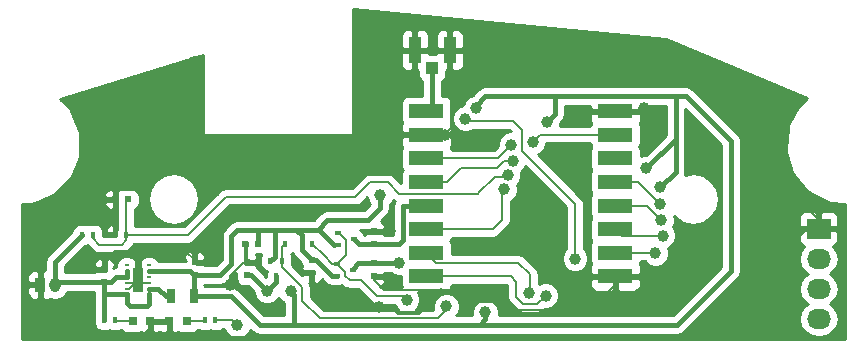
<source format=gtl>
G04 #@! TF.FileFunction,Copper,L1,Top,Signal*
%FSLAX46Y46*%
G04 Gerber Fmt 4.6, Leading zero omitted, Abs format (unit mm)*
G04 Created by KiCad (PCBNEW 4.0.5+dfsg1-4~bpo8+1) date Wed Apr 18 10:30:05 2018*
%MOMM*%
%LPD*%
G01*
G04 APERTURE LIST*
%ADD10C,0.100000*%
%ADD11C,1.000000*%
%ADD12R,3.000000X1.300000*%
%ADD13R,0.950000X1.250000*%
%ADD14O,0.950000X1.250000*%
%ADD15R,0.500000X0.600000*%
%ADD16R,0.600000X0.500000*%
%ADD17R,0.797560X0.797560*%
%ADD18R,0.700000X1.300000*%
%ADD19R,0.510000X0.400000*%
%ADD20R,0.400000X0.600000*%
%ADD21R,2.032000X1.727200*%
%ADD22O,2.032000X1.727200*%
%ADD23O,0.500000X0.250000*%
%ADD24R,0.900000X2.000000*%
%ADD25R,0.400000X0.510000*%
%ADD26R,1.100000X2.250000*%
%ADD27R,1.050000X1.100000*%
%ADD28C,0.400000*%
%ADD29C,0.200000*%
%ADD30C,0.300000*%
%ADD31C,0.600000*%
%ADD32C,0.254000*%
G04 APERTURE END LIST*
D10*
D11*
X146220000Y-123340000D03*
X149710000Y-111090000D03*
X147670000Y-111070000D03*
X143770000Y-111030000D03*
X137010000Y-119500000D03*
X131350000Y-113040000D03*
X131430000Y-111050000D03*
X131390000Y-109260000D03*
X131710000Y-107410000D03*
X133750000Y-107450000D03*
X139350000Y-113230000D03*
X150348000Y-108192000D03*
X150368000Y-106362000D03*
X150368000Y-104362000D03*
X148220000Y-113300000D03*
X137410000Y-114800000D03*
X135636000Y-107442000D03*
X135636000Y-105664000D03*
X135636000Y-103886000D03*
X145710000Y-111100000D03*
X137450000Y-113220000D03*
X152700000Y-102200000D03*
X152700000Y-104100000D03*
X150390000Y-100240000D03*
X129600000Y-106250000D03*
X131826000Y-105410000D03*
X179100000Y-112600000D03*
X179200000Y-118900000D03*
X177500000Y-118900000D03*
X178000000Y-111400000D03*
X182100000Y-107000000D03*
X179600000Y-105200000D03*
X184300000Y-114700000D03*
X184300000Y-112700000D03*
X184300000Y-110700000D03*
X184300000Y-108700000D03*
X175100000Y-124600000D03*
X173000000Y-124600000D03*
X171000000Y-124600000D03*
X177000000Y-123200000D03*
X169000000Y-124600000D03*
X167200000Y-124600000D03*
X179200000Y-126600000D03*
X186000000Y-126600000D03*
X183900000Y-126600000D03*
X181500000Y-126600000D03*
X176920000Y-104020000D03*
X173920000Y-104020000D03*
X170920000Y-104020000D03*
X167920000Y-104020000D03*
X164920000Y-104020000D03*
X161920000Y-104020000D03*
X152700000Y-100300000D03*
X152700000Y-106000000D03*
X152720000Y-107820000D03*
X150368000Y-102362000D03*
X133858000Y-104902000D03*
X127370000Y-106840000D03*
X126470000Y-108450000D03*
X126520000Y-110320000D03*
X126520000Y-112420000D03*
X124920000Y-114720000D03*
X122520000Y-116420000D03*
X164900000Y-119300000D03*
X163200000Y-119300000D03*
X163200000Y-117600000D03*
X164900000Y-117600000D03*
D12*
X171310000Y-108060000D03*
X171310000Y-110060000D03*
X171310000Y-112060000D03*
X171310000Y-114060000D03*
X171310000Y-116060000D03*
X171310000Y-118060000D03*
X171310000Y-120060000D03*
X171310000Y-122060000D03*
X155310000Y-122060000D03*
X155310000Y-120060000D03*
X155310000Y-118060000D03*
X155310000Y-116060000D03*
X155310000Y-114060000D03*
X155310000Y-112060000D03*
X155310000Y-110060000D03*
X155310000Y-108060000D03*
D11*
X122600000Y-118300000D03*
X122600000Y-120100000D03*
D13*
X122630000Y-122770000D03*
D14*
X123880000Y-122770000D03*
D15*
X128020000Y-122540000D03*
X128020000Y-121440000D03*
X135670000Y-121940000D03*
X135670000Y-120840000D03*
X150900000Y-119350000D03*
X150900000Y-118250000D03*
X145600000Y-120650000D03*
X145600000Y-121750000D03*
X140100000Y-121950000D03*
X140100000Y-120850000D03*
D16*
X141050000Y-119300000D03*
X139950000Y-119300000D03*
X130070000Y-115530000D03*
X128970000Y-115530000D03*
D17*
X135019300Y-125840000D03*
X133520700Y-125840000D03*
X130420700Y-125840000D03*
X131919300Y-125840000D03*
D18*
X133710000Y-123740000D03*
X135610000Y-123740000D03*
D19*
X147750000Y-121000000D03*
X147750000Y-122000000D03*
X149050000Y-121500000D03*
X147850000Y-118400000D03*
X147850000Y-119400000D03*
X149150000Y-118900000D03*
D20*
X126170000Y-118540000D03*
X127070000Y-118540000D03*
X129870000Y-118540000D03*
X128970000Y-118540000D03*
X137420000Y-125740000D03*
X136520000Y-125740000D03*
X128020000Y-125740000D03*
X128920000Y-125740000D03*
X143350000Y-119300000D03*
X142450000Y-119300000D03*
D21*
X188520000Y-118040000D03*
D22*
X188520000Y-120580000D03*
X188520000Y-123120000D03*
X188520000Y-125660000D03*
D23*
X131820000Y-123590000D03*
X131820000Y-123090000D03*
X131820000Y-122590000D03*
X131820000Y-122090000D03*
X131820000Y-121590000D03*
X131820000Y-121090000D03*
X129920000Y-121090000D03*
X129920000Y-121590000D03*
X129920000Y-122090000D03*
X129920000Y-122590000D03*
X129920000Y-123090000D03*
X129920000Y-123590000D03*
D24*
X130870000Y-122340000D03*
D15*
X150900000Y-122050000D03*
X150900000Y-120950000D03*
D25*
X143100000Y-120750000D03*
X142100000Y-120750000D03*
X142600000Y-122050000D03*
D26*
X154325000Y-102900000D03*
X157275000Y-102900000D03*
D27*
X155800000Y-104450000D03*
D20*
X145650000Y-119300000D03*
X144750000Y-119300000D03*
D11*
X152200000Y-118200000D03*
X138700000Y-122800000D03*
X126400000Y-120600000D03*
X151290000Y-124620000D03*
X156840000Y-110060000D03*
X162000000Y-124200000D03*
X178500000Y-110100000D03*
X173700000Y-107800000D03*
X175100000Y-114500000D03*
X173900000Y-112900000D03*
X160300000Y-125100000D03*
X165500000Y-109000000D03*
X159500000Y-107800000D03*
X143800000Y-123300000D03*
X151400000Y-115200000D03*
X141800000Y-123300000D03*
X153650000Y-124030000D03*
X157000000Y-124600000D03*
X162200000Y-113500000D03*
X139300000Y-126200000D03*
X162600000Y-112300000D03*
X175200000Y-117300000D03*
X162500000Y-110900000D03*
X164300000Y-110700000D03*
X165400000Y-123700000D03*
X174700000Y-120100000D03*
X175300000Y-118600000D03*
X175100000Y-115900000D03*
X164010000Y-123480000D03*
X161900000Y-114700000D03*
X167890000Y-120560000D03*
X158600000Y-108700000D03*
X153000000Y-120900000D03*
D28*
X155800000Y-104450000D02*
X155800000Y-107570000D01*
X155800000Y-107570000D02*
X155310000Y-108060000D01*
X129920000Y-123590000D02*
X129920000Y-124290000D01*
X131820000Y-124370000D02*
X131820000Y-123590000D01*
X131640000Y-124550000D02*
X131820000Y-124370000D01*
X130180000Y-124550000D02*
X131640000Y-124550000D01*
X129920000Y-124290000D02*
X130180000Y-124550000D01*
X129920000Y-123590000D02*
X128020000Y-123590000D01*
D29*
X128100000Y-123500000D02*
X128020000Y-123500000D01*
X128100000Y-123510000D02*
X128100000Y-123500000D01*
X128020000Y-123590000D02*
X128100000Y-123510000D01*
D28*
X129920000Y-121590000D02*
X129920000Y-122090000D01*
X129920000Y-122090000D02*
X129010000Y-122090000D01*
X128560000Y-122540000D02*
X128020000Y-122540000D01*
X129010000Y-122090000D02*
X128560000Y-122540000D01*
X128020000Y-122540000D02*
X124110000Y-122540000D01*
D29*
X124110000Y-122540000D02*
X123880000Y-122770000D01*
D28*
X128020000Y-122540000D02*
X128020000Y-123500000D01*
X128020000Y-123500000D02*
X128020000Y-125740000D01*
X123880000Y-122770000D02*
X123880000Y-120830000D01*
X123880000Y-120830000D02*
X126170000Y-118540000D01*
D30*
X152400000Y-124620000D02*
X152920000Y-125140000D01*
X154640000Y-125140000D02*
X154840000Y-124940000D01*
X152920000Y-125140000D02*
X154640000Y-125140000D01*
X151290000Y-124620000D02*
X152400000Y-124620000D01*
X154840000Y-124940000D02*
X156580000Y-123200000D01*
D28*
X155310000Y-110060000D02*
X150798000Y-110060000D01*
X149548000Y-111310000D02*
X146780000Y-111310000D01*
X150798000Y-110060000D02*
X149548000Y-111310000D01*
D29*
X128970000Y-115530000D02*
X125730000Y-115530000D01*
X125730000Y-115530000D02*
X124920000Y-114720000D01*
X128970000Y-118540000D02*
X128970000Y-115530000D01*
D28*
X151230000Y-124518049D02*
X147318049Y-124518049D01*
X147318049Y-124518049D02*
X146100000Y-123300000D01*
X188520000Y-118040000D02*
X187260000Y-118040000D01*
X187260000Y-118040000D02*
X183900000Y-121400000D01*
X150900000Y-118250000D02*
X152150000Y-118250000D01*
X152150000Y-118250000D02*
X152200000Y-118200000D01*
D31*
X130870000Y-122340000D02*
X130870000Y-119600000D01*
D28*
X130870000Y-119600000D02*
X130900000Y-119570000D01*
D29*
X140100000Y-120850000D02*
X139850000Y-120850000D01*
X139850000Y-120850000D02*
X138700000Y-122000000D01*
X138700000Y-122000000D02*
X138700000Y-122800000D01*
X128020000Y-121440000D02*
X127240000Y-121440000D01*
X127240000Y-121440000D02*
X126400000Y-120600000D01*
X130900000Y-119900000D02*
X130900000Y-119570000D01*
X151190000Y-124520000D02*
X151230000Y-124518049D01*
X151290000Y-124620000D02*
X151190000Y-124520000D01*
X145600000Y-121750000D02*
X145600000Y-122800000D01*
X145600000Y-122800000D02*
X146100000Y-123300000D01*
X162000000Y-124200000D02*
X159100000Y-124200000D01*
X159100000Y-124200000D02*
X158600000Y-123700000D01*
X150900000Y-122050000D02*
X150900000Y-122400000D01*
X151700000Y-123200000D02*
X156580000Y-123200000D01*
X150900000Y-122400000D02*
X151700000Y-123200000D01*
X156580000Y-123200000D02*
X157100000Y-123200000D01*
X157100000Y-123200000D02*
X158100000Y-123200000D01*
X158100000Y-123200000D02*
X158600000Y-123700000D01*
X158600000Y-123700000D02*
X158900000Y-124000000D01*
X155310000Y-110060000D02*
X156840000Y-110060000D01*
X161200000Y-102900000D02*
X161100000Y-102900000D01*
X157400000Y-109500000D02*
X156840000Y-110060000D01*
X157400000Y-106600000D02*
X157400000Y-109500000D01*
X161100000Y-102900000D02*
X157400000Y-106600000D01*
X188520000Y-118040000D02*
X188520000Y-117320000D01*
X188520000Y-117320000D02*
X182800000Y-111600000D01*
X176200000Y-102900000D02*
X161200000Y-102900000D01*
X161200000Y-102900000D02*
X156975000Y-102900000D01*
X182800000Y-109500000D02*
X176200000Y-102900000D01*
X182800000Y-111600000D02*
X182800000Y-109500000D01*
X154025000Y-102900000D02*
X156975000Y-102900000D01*
D28*
X183900000Y-121400000D02*
X178000000Y-127300000D01*
X178000000Y-127300000D02*
X131100000Y-127300000D01*
D29*
X164900000Y-119300000D02*
X164900000Y-121500000D01*
X164900000Y-121500000D02*
X165460000Y-122060000D01*
X165460000Y-122060000D02*
X171310000Y-122060000D01*
X171310000Y-122790000D02*
X171310000Y-122060000D01*
X169200000Y-124900000D02*
X171310000Y-122790000D01*
X162700000Y-124900000D02*
X169200000Y-124900000D01*
X162000000Y-124200000D02*
X162700000Y-124900000D01*
X171310000Y-122060000D02*
X174640000Y-122060000D01*
X180100000Y-111700000D02*
X178500000Y-110100000D01*
X180100000Y-116600000D02*
X180100000Y-111700000D01*
X174640000Y-122060000D02*
X180100000Y-116600000D01*
X173440000Y-108060000D02*
X171310000Y-108060000D01*
X173700000Y-107800000D02*
X173440000Y-108060000D01*
X139950000Y-119300000D02*
X139950000Y-120700000D01*
X139950000Y-120700000D02*
X140100000Y-120850000D01*
X155260000Y-110060000D02*
X155310000Y-110060000D01*
X122600000Y-120100000D02*
X122600000Y-122740000D01*
X122600000Y-122740000D02*
X122630000Y-122770000D01*
X122600000Y-118300000D02*
X122600000Y-120100000D01*
X131820000Y-122590000D02*
X131120000Y-122590000D01*
X131120000Y-122590000D02*
X130870000Y-122340000D01*
X140100000Y-120850000D02*
X140100000Y-119450000D01*
X140100000Y-119450000D02*
X139950000Y-119300000D01*
X129920000Y-122590000D02*
X130620000Y-122590000D01*
X130620000Y-122590000D02*
X130870000Y-122340000D01*
X129920000Y-123090000D02*
X130120000Y-123090000D01*
X130120000Y-123090000D02*
X130870000Y-122340000D01*
X128020000Y-121440000D02*
X128020000Y-120780000D01*
X128900000Y-119900000D02*
X130900000Y-119900000D01*
X130900000Y-119900000D02*
X131500000Y-119900000D01*
X128020000Y-120780000D02*
X128900000Y-119900000D01*
X135670000Y-120840000D02*
X135670000Y-120670000D01*
X135670000Y-120670000D02*
X134900000Y-119900000D01*
X134900000Y-119900000D02*
X131500000Y-119900000D01*
X131500000Y-119900000D02*
X131300000Y-119900000D01*
X131300000Y-119900000D02*
X130870000Y-120330000D01*
X130870000Y-120330000D02*
X130870000Y-122340000D01*
D28*
X131919300Y-125840000D02*
X131919300Y-126480700D01*
X122630000Y-125530000D02*
X122630000Y-122770000D01*
X124400000Y-127300000D02*
X122630000Y-125530000D01*
X131100000Y-127300000D02*
X124400000Y-127300000D01*
X131919300Y-126480700D02*
X131100000Y-127300000D01*
D29*
X131919300Y-125840000D02*
X133520700Y-125840000D01*
D28*
X176400000Y-113200000D02*
X176400000Y-110400000D01*
X175100000Y-114500000D02*
X176400000Y-113200000D01*
X173900000Y-112900000D02*
X176400000Y-110400000D01*
X176400000Y-110400000D02*
X176400000Y-106800000D01*
X158800000Y-126200000D02*
X159800000Y-126200000D01*
X160300000Y-125700000D02*
X160300000Y-125100000D01*
X159800000Y-126200000D02*
X160300000Y-125700000D01*
X166200000Y-106800000D02*
X166200000Y-108300000D01*
X166200000Y-108300000D02*
X165500000Y-109000000D01*
D29*
X159500000Y-107800000D02*
X159500000Y-107600000D01*
D28*
X160300000Y-106800000D02*
X166200000Y-106800000D01*
X166200000Y-106800000D02*
X176400000Y-106800000D01*
X176400000Y-106800000D02*
X177300000Y-106800000D01*
X181100000Y-121600000D02*
X181100000Y-110600000D01*
X176500000Y-126200000D02*
X181100000Y-121600000D01*
X158800000Y-126200000D02*
X176500000Y-126200000D01*
X181100000Y-110600000D02*
X177300000Y-106800000D01*
X159500000Y-107600000D02*
X160300000Y-106800000D01*
X144100000Y-126200000D02*
X144100000Y-123600000D01*
D29*
X144100000Y-123600000D02*
X143800000Y-123300000D01*
D28*
X145600000Y-120650000D02*
X145950000Y-120650000D01*
X147300000Y-122000000D02*
X147750000Y-122000000D01*
X145950000Y-120650000D02*
X147300000Y-122000000D01*
X144750000Y-119300000D02*
X144750000Y-119800000D01*
X144750000Y-119800000D02*
X145600000Y-120650000D01*
X146100000Y-118100000D02*
X146900000Y-117300000D01*
X151400000Y-116300000D02*
X151400000Y-115200000D01*
X150400000Y-117300000D02*
X151400000Y-116300000D01*
X146900000Y-117300000D02*
X150400000Y-117300000D01*
X135610000Y-123740000D02*
X138740000Y-123740000D01*
X144100000Y-126200000D02*
X158800000Y-126200000D01*
X141200000Y-126200000D02*
X144100000Y-126200000D01*
X138740000Y-123740000D02*
X141200000Y-126200000D01*
X141050000Y-119300000D02*
X141050000Y-118100000D01*
D29*
X141050000Y-118100000D02*
X140700000Y-118100000D01*
D28*
X142450000Y-119300000D02*
X142450000Y-120400000D01*
X142450000Y-120400000D02*
X142100000Y-120750000D01*
X144750000Y-119300000D02*
X144750000Y-118550000D01*
X144750000Y-118550000D02*
X144300000Y-118100000D01*
X142470000Y-118100000D02*
X144300000Y-118100000D01*
X144300000Y-118100000D02*
X146100000Y-118100000D01*
D29*
X146100000Y-118100000D02*
X146200000Y-118100000D01*
X147500000Y-119400000D02*
X147850000Y-119400000D01*
D28*
X146200000Y-118100000D02*
X147500000Y-119400000D01*
X142470000Y-119270000D02*
X142470000Y-118100000D01*
D29*
X142470000Y-118100000D02*
X142470000Y-118100000D01*
X142470000Y-118100000D02*
X142500000Y-118100000D01*
D28*
X135670000Y-121940000D02*
X137860000Y-121940000D01*
X139300000Y-118100000D02*
X140700000Y-118100000D01*
X140700000Y-118100000D02*
X142500000Y-118100000D01*
X138800000Y-118600000D02*
X139300000Y-118100000D01*
X138800000Y-121000000D02*
X138800000Y-118600000D01*
X137860000Y-121940000D02*
X138800000Y-121000000D01*
X131820000Y-121590000D02*
X135320000Y-121590000D01*
X135320000Y-121590000D02*
X135670000Y-121940000D01*
X135610000Y-123740000D02*
X135610000Y-122000000D01*
D29*
X135610000Y-122000000D02*
X135670000Y-121940000D01*
D28*
X152500000Y-119350000D02*
X152950000Y-119350000D01*
X152950000Y-119350000D02*
X153300000Y-119000000D01*
X150900000Y-119350000D02*
X152500000Y-119350000D01*
X150900000Y-119350000D02*
X150950000Y-119350000D01*
X153340000Y-116060000D02*
X155310000Y-116060000D01*
X153300000Y-116100000D02*
X153340000Y-116060000D01*
X153300000Y-119000000D02*
X153300000Y-116100000D01*
D29*
X155310000Y-116060000D02*
X154040000Y-116060000D01*
X155310000Y-116060000D02*
X153940000Y-116060000D01*
D28*
X150900000Y-119350000D02*
X149600000Y-119350000D01*
X149600000Y-119350000D02*
X149150000Y-118900000D01*
X140100000Y-121950000D02*
X140450000Y-121950000D01*
X140450000Y-121950000D02*
X141800000Y-123300000D01*
X142600000Y-122050000D02*
X142600000Y-122500000D01*
X142600000Y-122500000D02*
X141800000Y-123300000D01*
D29*
X135019300Y-125840000D02*
X136420000Y-125840000D01*
X136420000Y-125840000D02*
X136520000Y-125740000D01*
X130420700Y-125840000D02*
X129020000Y-125840000D01*
X129020000Y-125840000D02*
X128920000Y-125740000D01*
D28*
X133710000Y-123740000D02*
X133240000Y-123740000D01*
X132590000Y-123090000D02*
X131820000Y-123090000D01*
X133240000Y-123740000D02*
X132590000Y-123090000D01*
D29*
X151120000Y-123720000D02*
X153340000Y-123720000D01*
X153340000Y-123720000D02*
X153650000Y-124030000D01*
X148800000Y-122400000D02*
X148400000Y-122000000D01*
X149800000Y-122400000D02*
X148800000Y-122400000D01*
X151120000Y-123720000D02*
X149800000Y-122400000D01*
X148400000Y-122000000D02*
X148400000Y-121650000D01*
X148400000Y-121650000D02*
X147750000Y-121000000D01*
X147750000Y-121000000D02*
X147350000Y-121000000D01*
X147350000Y-121000000D02*
X146600000Y-120250000D01*
X146600000Y-120250000D02*
X145650000Y-119300000D01*
X147850000Y-118400000D02*
X147900000Y-118400000D01*
X147900000Y-118400000D02*
X148500000Y-119000000D01*
X148500000Y-120250000D02*
X147750000Y-121000000D01*
X148500000Y-119000000D02*
X148500000Y-120250000D01*
X157000000Y-124600000D02*
X157000000Y-124900000D01*
X144800000Y-124100000D02*
X144800000Y-123000000D01*
X146300000Y-125600000D02*
X144800000Y-124100000D01*
X156300000Y-125600000D02*
X146300000Y-125600000D01*
X157000000Y-124900000D02*
X156300000Y-125600000D01*
X144800000Y-123000000D02*
X144700000Y-122900000D01*
X143100000Y-120750000D02*
X143100000Y-121300000D01*
X143100000Y-121300000D02*
X144700000Y-122900000D01*
X143100000Y-120750000D02*
X143100000Y-119550000D01*
X143100000Y-119550000D02*
X143350000Y-119300000D01*
X129870000Y-118540000D02*
X135120000Y-118540000D01*
X138360000Y-115300000D02*
X140000000Y-115300000D01*
X135120000Y-118540000D02*
X138360000Y-115300000D01*
X150950000Y-114100000D02*
X152060000Y-114100000D01*
X161100000Y-113600000D02*
X162100000Y-113600000D01*
X162100000Y-113600000D02*
X162200000Y-113500000D01*
X159700000Y-115000000D02*
X161100000Y-113600000D01*
X153020000Y-115060000D02*
X159640000Y-115060000D01*
X159640000Y-115060000D02*
X159700000Y-115000000D01*
X140000000Y-115300000D02*
X149300000Y-115300000D01*
X149300000Y-115300000D02*
X150500000Y-114100000D01*
X150500000Y-114100000D02*
X150950000Y-114100000D01*
X152060000Y-114100000D02*
X153020000Y-115060000D01*
X129870000Y-118540000D02*
X129870000Y-115730000D01*
X129870000Y-115730000D02*
X130070000Y-115530000D01*
X127070000Y-118540000D02*
X127070000Y-118810000D01*
X127070000Y-118810000D02*
X127620000Y-119360000D01*
X127620000Y-119360000D02*
X129520000Y-119360000D01*
X129520000Y-119360000D02*
X129870000Y-119010000D01*
X129870000Y-119010000D02*
X129870000Y-118540000D01*
X129870000Y-115740000D02*
X130070000Y-115540000D01*
X138840000Y-125740000D02*
X137420000Y-125740000D01*
X139300000Y-126200000D02*
X138840000Y-125740000D01*
X162600000Y-112300000D02*
X161900000Y-112300000D01*
X157040000Y-114060000D02*
X155310000Y-114060000D01*
X158200000Y-112900000D02*
X157040000Y-114060000D01*
X161300000Y-112900000D02*
X158200000Y-112900000D01*
X161900000Y-112300000D02*
X161300000Y-112900000D01*
X173960000Y-116060000D02*
X171310000Y-116060000D01*
X175200000Y-117300000D02*
X173960000Y-116060000D01*
X161340000Y-112060000D02*
X155310000Y-112060000D01*
X162500000Y-110900000D02*
X161340000Y-112060000D01*
X164940000Y-110060000D02*
X171310000Y-110060000D01*
X164300000Y-110700000D02*
X164940000Y-110060000D01*
X162460000Y-122060000D02*
X155310000Y-122060000D01*
X162900000Y-122500000D02*
X162460000Y-122060000D01*
X162900000Y-123800000D02*
X162900000Y-122500000D01*
X163500000Y-124400000D02*
X162900000Y-123800000D01*
X164700000Y-124400000D02*
X163500000Y-124400000D01*
X165400000Y-123700000D02*
X164700000Y-124400000D01*
X174660000Y-120060000D02*
X171310000Y-120060000D01*
X174700000Y-120100000D02*
X174660000Y-120060000D01*
X175300000Y-118600000D02*
X171850000Y-118600000D01*
X171850000Y-118600000D02*
X171310000Y-118060000D01*
X173260000Y-114060000D02*
X171310000Y-114060000D01*
X175100000Y-115900000D02*
X173260000Y-114060000D01*
X172660000Y-114060000D02*
X171310000Y-114060000D01*
X164080000Y-123550000D02*
X164080000Y-121890000D01*
X164010000Y-123480000D02*
X164080000Y-123550000D01*
X163090000Y-120900000D02*
X156150000Y-120900000D01*
X156150000Y-120900000D02*
X155310000Y-120060000D01*
X164080000Y-121890000D02*
X163090000Y-120900000D01*
X160940000Y-118060000D02*
X155310000Y-118060000D01*
X161700000Y-117300000D02*
X160940000Y-118060000D01*
X161700000Y-114900000D02*
X161700000Y-117300000D01*
X161900000Y-114700000D02*
X161700000Y-114900000D01*
X156140000Y-118060000D02*
X155310000Y-118060000D01*
X160200000Y-108900000D02*
X162600000Y-108900000D01*
X167900000Y-115900000D02*
X167890000Y-120560000D01*
X163400000Y-111400000D02*
X167900000Y-115900000D01*
X163400000Y-109700000D02*
X163400000Y-111400000D01*
X162600000Y-108900000D02*
X163400000Y-109700000D01*
X158700000Y-108900000D02*
X160200000Y-108900000D01*
X158800000Y-108900000D02*
X158700000Y-108900000D01*
X158600000Y-108700000D02*
X158800000Y-108900000D01*
D28*
X150900000Y-120950000D02*
X152950000Y-120950000D01*
D29*
X152950000Y-120950000D02*
X153000000Y-120900000D01*
X149050000Y-121500000D02*
X149050000Y-121450000D01*
D28*
X149050000Y-121450000D02*
X149550000Y-120950000D01*
X149550000Y-120950000D02*
X150900000Y-120950000D01*
D32*
G36*
X175583727Y-101979897D02*
X187550529Y-106936709D01*
X186914126Y-107515412D01*
X186842190Y-107612739D01*
X186766659Y-107707285D01*
X185959433Y-109266537D01*
X185912229Y-109429860D01*
X185885222Y-109523302D01*
X185736143Y-111272773D01*
X185765840Y-111538392D01*
X186297603Y-113211744D01*
X186426687Y-113445779D01*
X187558335Y-114788258D01*
X187744816Y-114937233D01*
X187767155Y-114955079D01*
X189326407Y-115762305D01*
X189583171Y-115836516D01*
X190705804Y-115932180D01*
X190705804Y-127349399D01*
X121075804Y-127349399D01*
X121075804Y-123055750D01*
X121520000Y-123055750D01*
X121520000Y-123521310D01*
X121616673Y-123754699D01*
X121795302Y-123933327D01*
X122028691Y-124030000D01*
X122344250Y-124030000D01*
X122503000Y-123871250D01*
X122503000Y-122897000D01*
X121678750Y-122897000D01*
X121520000Y-123055750D01*
X121075804Y-123055750D01*
X121075804Y-122018690D01*
X121520000Y-122018690D01*
X121520000Y-122484250D01*
X121678750Y-122643000D01*
X122503000Y-122643000D01*
X122503000Y-121668750D01*
X122757000Y-121668750D01*
X122757000Y-122643000D01*
X122770000Y-122643000D01*
X122770000Y-122897000D01*
X122757000Y-122897000D01*
X122757000Y-123871250D01*
X122915750Y-124030000D01*
X123231309Y-124030000D01*
X123424790Y-123949858D01*
X123455221Y-123970191D01*
X123880000Y-124054685D01*
X124304779Y-123970191D01*
X124664889Y-123729574D01*
X124901807Y-123375000D01*
X127185000Y-123375000D01*
X127185000Y-125378569D01*
X127172560Y-125440000D01*
X127172560Y-126040000D01*
X127216838Y-126275317D01*
X127355910Y-126491441D01*
X127568110Y-126636431D01*
X127820000Y-126687440D01*
X128220000Y-126687440D01*
X128455317Y-126643162D01*
X128466979Y-126635658D01*
X128468110Y-126636431D01*
X128720000Y-126687440D01*
X129120000Y-126687440D01*
X129355317Y-126643162D01*
X129461244Y-126575000D01*
X129483687Y-126575000D01*
X129557830Y-126690221D01*
X129770030Y-126835211D01*
X130021920Y-126886220D01*
X130819480Y-126886220D01*
X131054797Y-126841942D01*
X131158759Y-126775044D01*
X131160822Y-126777107D01*
X131394211Y-126873780D01*
X131633550Y-126873780D01*
X131792300Y-126715030D01*
X131792300Y-125967000D01*
X132046300Y-125967000D01*
X132046300Y-126715030D01*
X132205050Y-126873780D01*
X132444389Y-126873780D01*
X132677778Y-126777107D01*
X132720000Y-126734885D01*
X132762222Y-126777107D01*
X132995611Y-126873780D01*
X133234950Y-126873780D01*
X133393700Y-126715030D01*
X133393700Y-125967000D01*
X132046300Y-125967000D01*
X131792300Y-125967000D01*
X131772300Y-125967000D01*
X131772300Y-125713000D01*
X131792300Y-125713000D01*
X131792300Y-125693000D01*
X132046300Y-125693000D01*
X132046300Y-125713000D01*
X133393700Y-125713000D01*
X133393700Y-125693000D01*
X133647700Y-125693000D01*
X133647700Y-125713000D01*
X133667700Y-125713000D01*
X133667700Y-125967000D01*
X133647700Y-125967000D01*
X133647700Y-126715030D01*
X133806450Y-126873780D01*
X134045789Y-126873780D01*
X134279178Y-126777107D01*
X134280970Y-126775315D01*
X134368630Y-126835211D01*
X134620520Y-126886220D01*
X135418080Y-126886220D01*
X135653397Y-126841942D01*
X135869521Y-126702870D01*
X135956891Y-126575000D01*
X135978203Y-126575000D01*
X136068110Y-126636431D01*
X136320000Y-126687440D01*
X136720000Y-126687440D01*
X136955317Y-126643162D01*
X136966979Y-126635658D01*
X136968110Y-126636431D01*
X137220000Y-126687440D01*
X137620000Y-126687440D01*
X137855317Y-126643162D01*
X138071441Y-126504090D01*
X138091317Y-126475000D01*
X138185556Y-126475000D01*
X138337233Y-126842086D01*
X138656235Y-127161645D01*
X139073244Y-127334803D01*
X139524775Y-127335197D01*
X139942086Y-127162767D01*
X140261645Y-126843765D01*
X140379374Y-126560242D01*
X140609566Y-126790434D01*
X140880459Y-126971439D01*
X141200000Y-127035000D01*
X176500000Y-127035000D01*
X176819541Y-126971439D01*
X177090434Y-126790434D01*
X181690434Y-122190434D01*
X181707560Y-122164803D01*
X181871439Y-121919541D01*
X181935000Y-121600000D01*
X181935000Y-120580000D01*
X186836655Y-120580000D01*
X186950729Y-121153489D01*
X187275585Y-121639670D01*
X187590366Y-121850000D01*
X187275585Y-122060330D01*
X186950729Y-122546511D01*
X186836655Y-123120000D01*
X186950729Y-123693489D01*
X187275585Y-124179670D01*
X187590366Y-124390000D01*
X187275585Y-124600330D01*
X186950729Y-125086511D01*
X186836655Y-125660000D01*
X186950729Y-126233489D01*
X187275585Y-126719670D01*
X187761766Y-127044526D01*
X188335255Y-127158600D01*
X188704745Y-127158600D01*
X189278234Y-127044526D01*
X189764415Y-126719670D01*
X190089271Y-126233489D01*
X190203345Y-125660000D01*
X190089271Y-125086511D01*
X189764415Y-124600330D01*
X189449634Y-124390000D01*
X189764415Y-124179670D01*
X190089271Y-123693489D01*
X190203345Y-123120000D01*
X190089271Y-122546511D01*
X189764415Y-122060330D01*
X189449634Y-121850000D01*
X189764415Y-121639670D01*
X190089271Y-121153489D01*
X190203345Y-120580000D01*
X190089271Y-120006511D01*
X189764415Y-119520330D01*
X189742220Y-119505500D01*
X189895698Y-119441927D01*
X190074327Y-119263299D01*
X190171000Y-119029910D01*
X190171000Y-118325750D01*
X190012250Y-118167000D01*
X188647000Y-118167000D01*
X188647000Y-118187000D01*
X188393000Y-118187000D01*
X188393000Y-118167000D01*
X187027750Y-118167000D01*
X186869000Y-118325750D01*
X186869000Y-119029910D01*
X186965673Y-119263299D01*
X187144302Y-119441927D01*
X187297780Y-119505500D01*
X187275585Y-119520330D01*
X186950729Y-120006511D01*
X186836655Y-120580000D01*
X181935000Y-120580000D01*
X181935000Y-117050090D01*
X186869000Y-117050090D01*
X186869000Y-117754250D01*
X187027750Y-117913000D01*
X188393000Y-117913000D01*
X188393000Y-116700150D01*
X188647000Y-116700150D01*
X188647000Y-117913000D01*
X190012250Y-117913000D01*
X190171000Y-117754250D01*
X190171000Y-117050090D01*
X190074327Y-116816701D01*
X189895698Y-116638073D01*
X189662309Y-116541400D01*
X188805750Y-116541400D01*
X188647000Y-116700150D01*
X188393000Y-116700150D01*
X188234250Y-116541400D01*
X187377691Y-116541400D01*
X187144302Y-116638073D01*
X186965673Y-116816701D01*
X186869000Y-117050090D01*
X181935000Y-117050090D01*
X181935000Y-110600000D01*
X181898943Y-110418728D01*
X181871440Y-110280460D01*
X181690434Y-110009566D01*
X177890434Y-106209566D01*
X177828296Y-106168047D01*
X177619541Y-106028561D01*
X177300000Y-105965000D01*
X160300000Y-105965000D01*
X159980459Y-106028561D01*
X159771704Y-106168047D01*
X159709566Y-106209566D01*
X159239615Y-106679517D01*
X158857914Y-106837233D01*
X158538355Y-107156235D01*
X158367351Y-107568056D01*
X157957914Y-107737233D01*
X157638355Y-108056235D01*
X157465197Y-108473244D01*
X157464803Y-108924775D01*
X157637233Y-109342086D01*
X157956235Y-109661645D01*
X158373244Y-109834803D01*
X158824775Y-109835197D01*
X159242086Y-109662767D01*
X159269901Y-109635000D01*
X162295554Y-109635000D01*
X162425488Y-109764934D01*
X162275225Y-109764803D01*
X161857914Y-109937233D01*
X161538355Y-110256235D01*
X161365197Y-110673244D01*
X161364916Y-110995638D01*
X161035554Y-111325000D01*
X157441446Y-111325000D01*
X157413162Y-111174683D01*
X157346672Y-111071354D01*
X157348327Y-111069699D01*
X157445000Y-110836310D01*
X157445000Y-110345750D01*
X157286250Y-110187000D01*
X155437000Y-110187000D01*
X155437000Y-110207000D01*
X155183000Y-110207000D01*
X155183000Y-110187000D01*
X153333750Y-110187000D01*
X153175000Y-110345750D01*
X153175000Y-110836310D01*
X153271673Y-111069699D01*
X153273042Y-111071068D01*
X153213569Y-111158110D01*
X153162560Y-111410000D01*
X153162560Y-112710000D01*
X153206838Y-112945317D01*
X153280620Y-113059978D01*
X153213569Y-113158110D01*
X153162560Y-113410000D01*
X153162560Y-114163114D01*
X152579723Y-113580277D01*
X152341272Y-113420949D01*
X152060000Y-113365000D01*
X150500000Y-113365000D01*
X150218728Y-113420949D01*
X149980276Y-113580277D01*
X148995554Y-114565000D01*
X138360000Y-114565000D01*
X138080769Y-114620543D01*
X138078728Y-114620949D01*
X137840277Y-114780276D01*
X134815554Y-117805000D01*
X130605000Y-117805000D01*
X130605000Y-116383222D01*
X130605317Y-116383162D01*
X130821441Y-116244090D01*
X130966431Y-116031890D01*
X131017440Y-115780000D01*
X131017440Y-115491758D01*
X131705804Y-115491758D01*
X131872127Y-116327921D01*
X132345776Y-117036786D01*
X133054641Y-117510435D01*
X133890804Y-117676758D01*
X134726967Y-117510435D01*
X135435832Y-117036786D01*
X135909481Y-116327921D01*
X136075804Y-115491758D01*
X135909481Y-114655595D01*
X135435832Y-113946730D01*
X134726967Y-113473081D01*
X133890804Y-113306758D01*
X133054641Y-113473081D01*
X132345776Y-113946730D01*
X131872127Y-114655595D01*
X131705804Y-115491758D01*
X131017440Y-115491758D01*
X131017440Y-115280000D01*
X130973162Y-115044683D01*
X130834090Y-114828559D01*
X130621890Y-114683569D01*
X130370000Y-114632560D01*
X129770000Y-114632560D01*
X129534683Y-114676838D01*
X129510594Y-114692339D01*
X129396309Y-114645000D01*
X129255750Y-114645000D01*
X129097000Y-114803750D01*
X129097000Y-115405000D01*
X129117000Y-115405000D01*
X129117000Y-115655000D01*
X129097000Y-115655000D01*
X129097000Y-116256250D01*
X129135000Y-116294250D01*
X129135000Y-117698750D01*
X129070000Y-117763750D01*
X129070000Y-118005734D01*
X129022560Y-118240000D01*
X129022560Y-118625000D01*
X127924447Y-118625000D01*
X127917440Y-118617993D01*
X127917440Y-118240000D01*
X127893674Y-118113690D01*
X128135000Y-118113690D01*
X128135000Y-118254250D01*
X128293750Y-118413000D01*
X128870000Y-118413000D01*
X128870000Y-117763750D01*
X128711250Y-117605000D01*
X128643691Y-117605000D01*
X128410302Y-117701673D01*
X128231673Y-117880301D01*
X128135000Y-118113690D01*
X127893674Y-118113690D01*
X127873162Y-118004683D01*
X127734090Y-117788559D01*
X127521890Y-117643569D01*
X127270000Y-117592560D01*
X126870000Y-117592560D01*
X126634683Y-117636838D01*
X126623021Y-117644342D01*
X126621890Y-117643569D01*
X126370000Y-117592560D01*
X125970000Y-117592560D01*
X125734683Y-117636838D01*
X125518559Y-117775910D01*
X125373569Y-117988110D01*
X125331048Y-118198084D01*
X123289566Y-120239566D01*
X123108561Y-120510459D01*
X123045000Y-120830000D01*
X123045000Y-121510000D01*
X122915750Y-121510000D01*
X122757000Y-121668750D01*
X122503000Y-121668750D01*
X122344250Y-121510000D01*
X122028691Y-121510000D01*
X121795302Y-121606673D01*
X121616673Y-121785301D01*
X121520000Y-122018690D01*
X121075804Y-122018690D01*
X121075804Y-115956314D01*
X121844816Y-115919797D01*
X121962262Y-115890582D01*
X122080711Y-115865801D01*
X122202939Y-115813750D01*
X128035000Y-115813750D01*
X128035000Y-115906310D01*
X128131673Y-116139699D01*
X128310302Y-116318327D01*
X128543691Y-116415000D01*
X128684250Y-116415000D01*
X128843000Y-116256250D01*
X128843000Y-115655000D01*
X128193750Y-115655000D01*
X128035000Y-115813750D01*
X122202939Y-115813750D01*
X123696143Y-115177868D01*
X123731564Y-115153690D01*
X128035000Y-115153690D01*
X128035000Y-115246250D01*
X128193750Y-115405000D01*
X128843000Y-115405000D01*
X128843000Y-114803750D01*
X128684250Y-114645000D01*
X128543691Y-114645000D01*
X128310302Y-114741673D01*
X128131673Y-114920301D01*
X128035000Y-115153690D01*
X123731564Y-115153690D01*
X123916893Y-115027187D01*
X125146100Y-113773420D01*
X125292383Y-113549732D01*
X125948225Y-111921006D01*
X125997772Y-111658364D01*
X125980404Y-109902637D01*
X125960932Y-109809566D01*
X125925671Y-109641027D01*
X125237737Y-108025594D01*
X125087057Y-107804844D01*
X125087054Y-107804842D01*
X124281433Y-107015003D01*
X136410878Y-103295241D01*
X136373002Y-109999282D01*
X136381685Y-110046159D01*
X136408965Y-110088553D01*
X136450590Y-110116994D01*
X136500000Y-110127000D01*
X149000000Y-110127000D01*
X149046159Y-110118315D01*
X149088553Y-110091035D01*
X149116994Y-110049410D01*
X149127000Y-110000000D01*
X149127000Y-107410000D01*
X153162560Y-107410000D01*
X153162560Y-108710000D01*
X153206838Y-108945317D01*
X153273328Y-109048646D01*
X153271673Y-109050301D01*
X153175000Y-109283690D01*
X153175000Y-109774250D01*
X153333750Y-109933000D01*
X155183000Y-109933000D01*
X155183000Y-109913000D01*
X155437000Y-109913000D01*
X155437000Y-109933000D01*
X157286250Y-109933000D01*
X157445000Y-109774250D01*
X157445000Y-109283690D01*
X157348327Y-109050301D01*
X157346958Y-109048932D01*
X157406431Y-108961890D01*
X157457440Y-108710000D01*
X157457440Y-107410000D01*
X157413162Y-107174683D01*
X157274090Y-106958559D01*
X157061890Y-106813569D01*
X156810000Y-106762560D01*
X156635000Y-106762560D01*
X156635000Y-105555105D01*
X156776441Y-105464090D01*
X156921431Y-105251890D01*
X156972440Y-105000000D01*
X156972440Y-104660000D01*
X156989250Y-104660000D01*
X157148000Y-104501250D01*
X157148000Y-103027000D01*
X157402000Y-103027000D01*
X157402000Y-104501250D01*
X157560750Y-104660000D01*
X157951309Y-104660000D01*
X158184698Y-104563327D01*
X158363327Y-104384699D01*
X158460000Y-104151310D01*
X158460000Y-103185750D01*
X158301250Y-103027000D01*
X157402000Y-103027000D01*
X157148000Y-103027000D01*
X156248750Y-103027000D01*
X156090000Y-103185750D01*
X156090000Y-103252560D01*
X155510000Y-103252560D01*
X155510000Y-103185750D01*
X155351250Y-103027000D01*
X154452000Y-103027000D01*
X154452000Y-104501250D01*
X154610750Y-104660000D01*
X154627560Y-104660000D01*
X154627560Y-105000000D01*
X154671838Y-105235317D01*
X154810910Y-105451441D01*
X154965000Y-105556726D01*
X154965000Y-106762560D01*
X153810000Y-106762560D01*
X153574683Y-106806838D01*
X153358559Y-106945910D01*
X153213569Y-107158110D01*
X153162560Y-107410000D01*
X149127000Y-107410000D01*
X149127000Y-103185750D01*
X153140000Y-103185750D01*
X153140000Y-104151310D01*
X153236673Y-104384699D01*
X153415302Y-104563327D01*
X153648691Y-104660000D01*
X154039250Y-104660000D01*
X154198000Y-104501250D01*
X154198000Y-103027000D01*
X153298750Y-103027000D01*
X153140000Y-103185750D01*
X149127000Y-103185750D01*
X149127000Y-101648690D01*
X153140000Y-101648690D01*
X153140000Y-102614250D01*
X153298750Y-102773000D01*
X154198000Y-102773000D01*
X154198000Y-101298750D01*
X154452000Y-101298750D01*
X154452000Y-102773000D01*
X155351250Y-102773000D01*
X155510000Y-102614250D01*
X155510000Y-101648690D01*
X156090000Y-101648690D01*
X156090000Y-102614250D01*
X156248750Y-102773000D01*
X157148000Y-102773000D01*
X157148000Y-101298750D01*
X157402000Y-101298750D01*
X157402000Y-102773000D01*
X158301250Y-102773000D01*
X158460000Y-102614250D01*
X158460000Y-101648690D01*
X158363327Y-101415301D01*
X158184698Y-101236673D01*
X157951309Y-101140000D01*
X157560750Y-101140000D01*
X157402000Y-101298750D01*
X157148000Y-101298750D01*
X156989250Y-101140000D01*
X156598691Y-101140000D01*
X156365302Y-101236673D01*
X156186673Y-101415301D01*
X156090000Y-101648690D01*
X155510000Y-101648690D01*
X155413327Y-101415301D01*
X155234698Y-101236673D01*
X155001309Y-101140000D01*
X154610750Y-101140000D01*
X154452000Y-101298750D01*
X154198000Y-101298750D01*
X154039250Y-101140000D01*
X153648691Y-101140000D01*
X153415302Y-101236673D01*
X153236673Y-101415301D01*
X153140000Y-101648690D01*
X149127000Y-101648690D01*
X149127000Y-99455383D01*
X175583727Y-101979897D01*
X175583727Y-101979897D01*
G37*
X175583727Y-101979897D02*
X187550529Y-106936709D01*
X186914126Y-107515412D01*
X186842190Y-107612739D01*
X186766659Y-107707285D01*
X185959433Y-109266537D01*
X185912229Y-109429860D01*
X185885222Y-109523302D01*
X185736143Y-111272773D01*
X185765840Y-111538392D01*
X186297603Y-113211744D01*
X186426687Y-113445779D01*
X187558335Y-114788258D01*
X187744816Y-114937233D01*
X187767155Y-114955079D01*
X189326407Y-115762305D01*
X189583171Y-115836516D01*
X190705804Y-115932180D01*
X190705804Y-127349399D01*
X121075804Y-127349399D01*
X121075804Y-123055750D01*
X121520000Y-123055750D01*
X121520000Y-123521310D01*
X121616673Y-123754699D01*
X121795302Y-123933327D01*
X122028691Y-124030000D01*
X122344250Y-124030000D01*
X122503000Y-123871250D01*
X122503000Y-122897000D01*
X121678750Y-122897000D01*
X121520000Y-123055750D01*
X121075804Y-123055750D01*
X121075804Y-122018690D01*
X121520000Y-122018690D01*
X121520000Y-122484250D01*
X121678750Y-122643000D01*
X122503000Y-122643000D01*
X122503000Y-121668750D01*
X122757000Y-121668750D01*
X122757000Y-122643000D01*
X122770000Y-122643000D01*
X122770000Y-122897000D01*
X122757000Y-122897000D01*
X122757000Y-123871250D01*
X122915750Y-124030000D01*
X123231309Y-124030000D01*
X123424790Y-123949858D01*
X123455221Y-123970191D01*
X123880000Y-124054685D01*
X124304779Y-123970191D01*
X124664889Y-123729574D01*
X124901807Y-123375000D01*
X127185000Y-123375000D01*
X127185000Y-125378569D01*
X127172560Y-125440000D01*
X127172560Y-126040000D01*
X127216838Y-126275317D01*
X127355910Y-126491441D01*
X127568110Y-126636431D01*
X127820000Y-126687440D01*
X128220000Y-126687440D01*
X128455317Y-126643162D01*
X128466979Y-126635658D01*
X128468110Y-126636431D01*
X128720000Y-126687440D01*
X129120000Y-126687440D01*
X129355317Y-126643162D01*
X129461244Y-126575000D01*
X129483687Y-126575000D01*
X129557830Y-126690221D01*
X129770030Y-126835211D01*
X130021920Y-126886220D01*
X130819480Y-126886220D01*
X131054797Y-126841942D01*
X131158759Y-126775044D01*
X131160822Y-126777107D01*
X131394211Y-126873780D01*
X131633550Y-126873780D01*
X131792300Y-126715030D01*
X131792300Y-125967000D01*
X132046300Y-125967000D01*
X132046300Y-126715030D01*
X132205050Y-126873780D01*
X132444389Y-126873780D01*
X132677778Y-126777107D01*
X132720000Y-126734885D01*
X132762222Y-126777107D01*
X132995611Y-126873780D01*
X133234950Y-126873780D01*
X133393700Y-126715030D01*
X133393700Y-125967000D01*
X132046300Y-125967000D01*
X131792300Y-125967000D01*
X131772300Y-125967000D01*
X131772300Y-125713000D01*
X131792300Y-125713000D01*
X131792300Y-125693000D01*
X132046300Y-125693000D01*
X132046300Y-125713000D01*
X133393700Y-125713000D01*
X133393700Y-125693000D01*
X133647700Y-125693000D01*
X133647700Y-125713000D01*
X133667700Y-125713000D01*
X133667700Y-125967000D01*
X133647700Y-125967000D01*
X133647700Y-126715030D01*
X133806450Y-126873780D01*
X134045789Y-126873780D01*
X134279178Y-126777107D01*
X134280970Y-126775315D01*
X134368630Y-126835211D01*
X134620520Y-126886220D01*
X135418080Y-126886220D01*
X135653397Y-126841942D01*
X135869521Y-126702870D01*
X135956891Y-126575000D01*
X135978203Y-126575000D01*
X136068110Y-126636431D01*
X136320000Y-126687440D01*
X136720000Y-126687440D01*
X136955317Y-126643162D01*
X136966979Y-126635658D01*
X136968110Y-126636431D01*
X137220000Y-126687440D01*
X137620000Y-126687440D01*
X137855317Y-126643162D01*
X138071441Y-126504090D01*
X138091317Y-126475000D01*
X138185556Y-126475000D01*
X138337233Y-126842086D01*
X138656235Y-127161645D01*
X139073244Y-127334803D01*
X139524775Y-127335197D01*
X139942086Y-127162767D01*
X140261645Y-126843765D01*
X140379374Y-126560242D01*
X140609566Y-126790434D01*
X140880459Y-126971439D01*
X141200000Y-127035000D01*
X176500000Y-127035000D01*
X176819541Y-126971439D01*
X177090434Y-126790434D01*
X181690434Y-122190434D01*
X181707560Y-122164803D01*
X181871439Y-121919541D01*
X181935000Y-121600000D01*
X181935000Y-120580000D01*
X186836655Y-120580000D01*
X186950729Y-121153489D01*
X187275585Y-121639670D01*
X187590366Y-121850000D01*
X187275585Y-122060330D01*
X186950729Y-122546511D01*
X186836655Y-123120000D01*
X186950729Y-123693489D01*
X187275585Y-124179670D01*
X187590366Y-124390000D01*
X187275585Y-124600330D01*
X186950729Y-125086511D01*
X186836655Y-125660000D01*
X186950729Y-126233489D01*
X187275585Y-126719670D01*
X187761766Y-127044526D01*
X188335255Y-127158600D01*
X188704745Y-127158600D01*
X189278234Y-127044526D01*
X189764415Y-126719670D01*
X190089271Y-126233489D01*
X190203345Y-125660000D01*
X190089271Y-125086511D01*
X189764415Y-124600330D01*
X189449634Y-124390000D01*
X189764415Y-124179670D01*
X190089271Y-123693489D01*
X190203345Y-123120000D01*
X190089271Y-122546511D01*
X189764415Y-122060330D01*
X189449634Y-121850000D01*
X189764415Y-121639670D01*
X190089271Y-121153489D01*
X190203345Y-120580000D01*
X190089271Y-120006511D01*
X189764415Y-119520330D01*
X189742220Y-119505500D01*
X189895698Y-119441927D01*
X190074327Y-119263299D01*
X190171000Y-119029910D01*
X190171000Y-118325750D01*
X190012250Y-118167000D01*
X188647000Y-118167000D01*
X188647000Y-118187000D01*
X188393000Y-118187000D01*
X188393000Y-118167000D01*
X187027750Y-118167000D01*
X186869000Y-118325750D01*
X186869000Y-119029910D01*
X186965673Y-119263299D01*
X187144302Y-119441927D01*
X187297780Y-119505500D01*
X187275585Y-119520330D01*
X186950729Y-120006511D01*
X186836655Y-120580000D01*
X181935000Y-120580000D01*
X181935000Y-117050090D01*
X186869000Y-117050090D01*
X186869000Y-117754250D01*
X187027750Y-117913000D01*
X188393000Y-117913000D01*
X188393000Y-116700150D01*
X188647000Y-116700150D01*
X188647000Y-117913000D01*
X190012250Y-117913000D01*
X190171000Y-117754250D01*
X190171000Y-117050090D01*
X190074327Y-116816701D01*
X189895698Y-116638073D01*
X189662309Y-116541400D01*
X188805750Y-116541400D01*
X188647000Y-116700150D01*
X188393000Y-116700150D01*
X188234250Y-116541400D01*
X187377691Y-116541400D01*
X187144302Y-116638073D01*
X186965673Y-116816701D01*
X186869000Y-117050090D01*
X181935000Y-117050090D01*
X181935000Y-110600000D01*
X181898943Y-110418728D01*
X181871440Y-110280460D01*
X181690434Y-110009566D01*
X177890434Y-106209566D01*
X177828296Y-106168047D01*
X177619541Y-106028561D01*
X177300000Y-105965000D01*
X160300000Y-105965000D01*
X159980459Y-106028561D01*
X159771704Y-106168047D01*
X159709566Y-106209566D01*
X159239615Y-106679517D01*
X158857914Y-106837233D01*
X158538355Y-107156235D01*
X158367351Y-107568056D01*
X157957914Y-107737233D01*
X157638355Y-108056235D01*
X157465197Y-108473244D01*
X157464803Y-108924775D01*
X157637233Y-109342086D01*
X157956235Y-109661645D01*
X158373244Y-109834803D01*
X158824775Y-109835197D01*
X159242086Y-109662767D01*
X159269901Y-109635000D01*
X162295554Y-109635000D01*
X162425488Y-109764934D01*
X162275225Y-109764803D01*
X161857914Y-109937233D01*
X161538355Y-110256235D01*
X161365197Y-110673244D01*
X161364916Y-110995638D01*
X161035554Y-111325000D01*
X157441446Y-111325000D01*
X157413162Y-111174683D01*
X157346672Y-111071354D01*
X157348327Y-111069699D01*
X157445000Y-110836310D01*
X157445000Y-110345750D01*
X157286250Y-110187000D01*
X155437000Y-110187000D01*
X155437000Y-110207000D01*
X155183000Y-110207000D01*
X155183000Y-110187000D01*
X153333750Y-110187000D01*
X153175000Y-110345750D01*
X153175000Y-110836310D01*
X153271673Y-111069699D01*
X153273042Y-111071068D01*
X153213569Y-111158110D01*
X153162560Y-111410000D01*
X153162560Y-112710000D01*
X153206838Y-112945317D01*
X153280620Y-113059978D01*
X153213569Y-113158110D01*
X153162560Y-113410000D01*
X153162560Y-114163114D01*
X152579723Y-113580277D01*
X152341272Y-113420949D01*
X152060000Y-113365000D01*
X150500000Y-113365000D01*
X150218728Y-113420949D01*
X149980276Y-113580277D01*
X148995554Y-114565000D01*
X138360000Y-114565000D01*
X138080769Y-114620543D01*
X138078728Y-114620949D01*
X137840277Y-114780276D01*
X134815554Y-117805000D01*
X130605000Y-117805000D01*
X130605000Y-116383222D01*
X130605317Y-116383162D01*
X130821441Y-116244090D01*
X130966431Y-116031890D01*
X131017440Y-115780000D01*
X131017440Y-115491758D01*
X131705804Y-115491758D01*
X131872127Y-116327921D01*
X132345776Y-117036786D01*
X133054641Y-117510435D01*
X133890804Y-117676758D01*
X134726967Y-117510435D01*
X135435832Y-117036786D01*
X135909481Y-116327921D01*
X136075804Y-115491758D01*
X135909481Y-114655595D01*
X135435832Y-113946730D01*
X134726967Y-113473081D01*
X133890804Y-113306758D01*
X133054641Y-113473081D01*
X132345776Y-113946730D01*
X131872127Y-114655595D01*
X131705804Y-115491758D01*
X131017440Y-115491758D01*
X131017440Y-115280000D01*
X130973162Y-115044683D01*
X130834090Y-114828559D01*
X130621890Y-114683569D01*
X130370000Y-114632560D01*
X129770000Y-114632560D01*
X129534683Y-114676838D01*
X129510594Y-114692339D01*
X129396309Y-114645000D01*
X129255750Y-114645000D01*
X129097000Y-114803750D01*
X129097000Y-115405000D01*
X129117000Y-115405000D01*
X129117000Y-115655000D01*
X129097000Y-115655000D01*
X129097000Y-116256250D01*
X129135000Y-116294250D01*
X129135000Y-117698750D01*
X129070000Y-117763750D01*
X129070000Y-118005734D01*
X129022560Y-118240000D01*
X129022560Y-118625000D01*
X127924447Y-118625000D01*
X127917440Y-118617993D01*
X127917440Y-118240000D01*
X127893674Y-118113690D01*
X128135000Y-118113690D01*
X128135000Y-118254250D01*
X128293750Y-118413000D01*
X128870000Y-118413000D01*
X128870000Y-117763750D01*
X128711250Y-117605000D01*
X128643691Y-117605000D01*
X128410302Y-117701673D01*
X128231673Y-117880301D01*
X128135000Y-118113690D01*
X127893674Y-118113690D01*
X127873162Y-118004683D01*
X127734090Y-117788559D01*
X127521890Y-117643569D01*
X127270000Y-117592560D01*
X126870000Y-117592560D01*
X126634683Y-117636838D01*
X126623021Y-117644342D01*
X126621890Y-117643569D01*
X126370000Y-117592560D01*
X125970000Y-117592560D01*
X125734683Y-117636838D01*
X125518559Y-117775910D01*
X125373569Y-117988110D01*
X125331048Y-118198084D01*
X123289566Y-120239566D01*
X123108561Y-120510459D01*
X123045000Y-120830000D01*
X123045000Y-121510000D01*
X122915750Y-121510000D01*
X122757000Y-121668750D01*
X122503000Y-121668750D01*
X122344250Y-121510000D01*
X122028691Y-121510000D01*
X121795302Y-121606673D01*
X121616673Y-121785301D01*
X121520000Y-122018690D01*
X121075804Y-122018690D01*
X121075804Y-115956314D01*
X121844816Y-115919797D01*
X121962262Y-115890582D01*
X122080711Y-115865801D01*
X122202939Y-115813750D01*
X128035000Y-115813750D01*
X128035000Y-115906310D01*
X128131673Y-116139699D01*
X128310302Y-116318327D01*
X128543691Y-116415000D01*
X128684250Y-116415000D01*
X128843000Y-116256250D01*
X128843000Y-115655000D01*
X128193750Y-115655000D01*
X128035000Y-115813750D01*
X122202939Y-115813750D01*
X123696143Y-115177868D01*
X123731564Y-115153690D01*
X128035000Y-115153690D01*
X128035000Y-115246250D01*
X128193750Y-115405000D01*
X128843000Y-115405000D01*
X128843000Y-114803750D01*
X128684250Y-114645000D01*
X128543691Y-114645000D01*
X128310302Y-114741673D01*
X128131673Y-114920301D01*
X128035000Y-115153690D01*
X123731564Y-115153690D01*
X123916893Y-115027187D01*
X125146100Y-113773420D01*
X125292383Y-113549732D01*
X125948225Y-111921006D01*
X125997772Y-111658364D01*
X125980404Y-109902637D01*
X125960932Y-109809566D01*
X125925671Y-109641027D01*
X125237737Y-108025594D01*
X125087057Y-107804844D01*
X125087054Y-107804842D01*
X124281433Y-107015003D01*
X136410878Y-103295241D01*
X136373002Y-109999282D01*
X136381685Y-110046159D01*
X136408965Y-110088553D01*
X136450590Y-110116994D01*
X136500000Y-110127000D01*
X149000000Y-110127000D01*
X149046159Y-110118315D01*
X149088553Y-110091035D01*
X149116994Y-110049410D01*
X149127000Y-110000000D01*
X149127000Y-107410000D01*
X153162560Y-107410000D01*
X153162560Y-108710000D01*
X153206838Y-108945317D01*
X153273328Y-109048646D01*
X153271673Y-109050301D01*
X153175000Y-109283690D01*
X153175000Y-109774250D01*
X153333750Y-109933000D01*
X155183000Y-109933000D01*
X155183000Y-109913000D01*
X155437000Y-109913000D01*
X155437000Y-109933000D01*
X157286250Y-109933000D01*
X157445000Y-109774250D01*
X157445000Y-109283690D01*
X157348327Y-109050301D01*
X157346958Y-109048932D01*
X157406431Y-108961890D01*
X157457440Y-108710000D01*
X157457440Y-107410000D01*
X157413162Y-107174683D01*
X157274090Y-106958559D01*
X157061890Y-106813569D01*
X156810000Y-106762560D01*
X156635000Y-106762560D01*
X156635000Y-105555105D01*
X156776441Y-105464090D01*
X156921431Y-105251890D01*
X156972440Y-105000000D01*
X156972440Y-104660000D01*
X156989250Y-104660000D01*
X157148000Y-104501250D01*
X157148000Y-103027000D01*
X157402000Y-103027000D01*
X157402000Y-104501250D01*
X157560750Y-104660000D01*
X157951309Y-104660000D01*
X158184698Y-104563327D01*
X158363327Y-104384699D01*
X158460000Y-104151310D01*
X158460000Y-103185750D01*
X158301250Y-103027000D01*
X157402000Y-103027000D01*
X157148000Y-103027000D01*
X156248750Y-103027000D01*
X156090000Y-103185750D01*
X156090000Y-103252560D01*
X155510000Y-103252560D01*
X155510000Y-103185750D01*
X155351250Y-103027000D01*
X154452000Y-103027000D01*
X154452000Y-104501250D01*
X154610750Y-104660000D01*
X154627560Y-104660000D01*
X154627560Y-105000000D01*
X154671838Y-105235317D01*
X154810910Y-105451441D01*
X154965000Y-105556726D01*
X154965000Y-106762560D01*
X153810000Y-106762560D01*
X153574683Y-106806838D01*
X153358559Y-106945910D01*
X153213569Y-107158110D01*
X153162560Y-107410000D01*
X149127000Y-107410000D01*
X149127000Y-103185750D01*
X153140000Y-103185750D01*
X153140000Y-104151310D01*
X153236673Y-104384699D01*
X153415302Y-104563327D01*
X153648691Y-104660000D01*
X154039250Y-104660000D01*
X154198000Y-104501250D01*
X154198000Y-103027000D01*
X153298750Y-103027000D01*
X153140000Y-103185750D01*
X149127000Y-103185750D01*
X149127000Y-101648690D01*
X153140000Y-101648690D01*
X153140000Y-102614250D01*
X153298750Y-102773000D01*
X154198000Y-102773000D01*
X154198000Y-101298750D01*
X154452000Y-101298750D01*
X154452000Y-102773000D01*
X155351250Y-102773000D01*
X155510000Y-102614250D01*
X155510000Y-101648690D01*
X156090000Y-101648690D01*
X156090000Y-102614250D01*
X156248750Y-102773000D01*
X157148000Y-102773000D01*
X157148000Y-101298750D01*
X157402000Y-101298750D01*
X157402000Y-102773000D01*
X158301250Y-102773000D01*
X158460000Y-102614250D01*
X158460000Y-101648690D01*
X158363327Y-101415301D01*
X158184698Y-101236673D01*
X157951309Y-101140000D01*
X157560750Y-101140000D01*
X157402000Y-101298750D01*
X157148000Y-101298750D01*
X156989250Y-101140000D01*
X156598691Y-101140000D01*
X156365302Y-101236673D01*
X156186673Y-101415301D01*
X156090000Y-101648690D01*
X155510000Y-101648690D01*
X155413327Y-101415301D01*
X155234698Y-101236673D01*
X155001309Y-101140000D01*
X154610750Y-101140000D01*
X154452000Y-101298750D01*
X154198000Y-101298750D01*
X154039250Y-101140000D01*
X153648691Y-101140000D01*
X153415302Y-101236673D01*
X153236673Y-101415301D01*
X153140000Y-101648690D01*
X149127000Y-101648690D01*
X149127000Y-99455383D01*
X175583727Y-101979897D01*
G36*
X180265000Y-110945868D02*
X180265000Y-121254132D01*
X176154132Y-125365000D01*
X161418923Y-125365000D01*
X161434803Y-125326756D01*
X161435197Y-124875225D01*
X161262767Y-124457914D01*
X160943765Y-124138355D01*
X160526756Y-123965197D01*
X160075225Y-123964803D01*
X159657914Y-124137233D01*
X159338355Y-124456235D01*
X159165197Y-124873244D01*
X159164803Y-125324775D01*
X159181424Y-125365000D01*
X157840198Y-125365000D01*
X157961645Y-125243765D01*
X158134803Y-124826756D01*
X158135197Y-124375225D01*
X157962767Y-123957914D01*
X157643765Y-123638355D01*
X157226756Y-123465197D01*
X156775225Y-123464803D01*
X156357914Y-123637233D01*
X156038355Y-123956235D01*
X155865197Y-124373244D01*
X155864803Y-124824775D01*
X155881424Y-124865000D01*
X154420076Y-124865000D01*
X154611645Y-124673765D01*
X154784803Y-124256756D01*
X154785197Y-123805225D01*
X154612767Y-123387914D01*
X154582346Y-123357440D01*
X156810000Y-123357440D01*
X157045317Y-123313162D01*
X157261441Y-123174090D01*
X157406431Y-122961890D01*
X157440227Y-122795000D01*
X162155554Y-122795000D01*
X162165000Y-122804447D01*
X162165000Y-123800000D01*
X162216626Y-124059540D01*
X162220949Y-124081272D01*
X162380277Y-124319723D01*
X162980276Y-124919723D01*
X163107904Y-125005001D01*
X163218728Y-125079051D01*
X163500000Y-125135000D01*
X164700000Y-125135000D01*
X164981272Y-125079051D01*
X165219723Y-124919723D01*
X165304529Y-124834918D01*
X165624775Y-124835197D01*
X166042086Y-124662767D01*
X166361645Y-124343765D01*
X166534803Y-123926756D01*
X166535197Y-123475225D01*
X166362767Y-123057914D01*
X166043765Y-122738355D01*
X165626756Y-122565197D01*
X165175225Y-122564803D01*
X164838870Y-122703783D01*
X164815000Y-122679872D01*
X164815000Y-122345750D01*
X169175000Y-122345750D01*
X169175000Y-122836310D01*
X169271673Y-123069699D01*
X169450302Y-123248327D01*
X169683691Y-123345000D01*
X171024250Y-123345000D01*
X171183000Y-123186250D01*
X171183000Y-122187000D01*
X171437000Y-122187000D01*
X171437000Y-123186250D01*
X171595750Y-123345000D01*
X172936309Y-123345000D01*
X173169698Y-123248327D01*
X173348327Y-123069699D01*
X173445000Y-122836310D01*
X173445000Y-122345750D01*
X173286250Y-122187000D01*
X171437000Y-122187000D01*
X171183000Y-122187000D01*
X169333750Y-122187000D01*
X169175000Y-122345750D01*
X164815000Y-122345750D01*
X164815000Y-121890000D01*
X164765981Y-121643569D01*
X164759051Y-121608727D01*
X164599723Y-121370276D01*
X163609723Y-120380277D01*
X163371272Y-120220949D01*
X163090000Y-120165000D01*
X157457440Y-120165000D01*
X157457440Y-119410000D01*
X157413162Y-119174683D01*
X157339380Y-119060022D01*
X157406431Y-118961890D01*
X157440227Y-118795000D01*
X160940000Y-118795000D01*
X161221272Y-118739051D01*
X161459723Y-118579723D01*
X162219723Y-117819724D01*
X162379051Y-117581272D01*
X162393314Y-117509566D01*
X162435000Y-117300000D01*
X162435000Y-115707014D01*
X162542086Y-115662767D01*
X162861645Y-115343765D01*
X163034803Y-114926756D01*
X163035197Y-114475225D01*
X162975160Y-114329925D01*
X163161645Y-114143765D01*
X163334803Y-113726756D01*
X163335197Y-113275225D01*
X163304362Y-113200599D01*
X163561645Y-112943765D01*
X163662187Y-112701633D01*
X167164347Y-116203794D01*
X167156870Y-119688119D01*
X166928355Y-119916235D01*
X166755197Y-120333244D01*
X166754803Y-120784775D01*
X166927233Y-121202086D01*
X167246235Y-121521645D01*
X167663244Y-121694803D01*
X168114775Y-121695197D01*
X168532086Y-121522767D01*
X168851645Y-121203765D01*
X169024803Y-120786756D01*
X169025197Y-120335225D01*
X168852767Y-119917914D01*
X168626865Y-119691617D01*
X168634998Y-115901577D01*
X168634843Y-115900787D01*
X168634999Y-115900000D01*
X168607207Y-115760277D01*
X168579653Y-115620186D01*
X168579208Y-115619517D01*
X168579051Y-115618728D01*
X168499756Y-115500055D01*
X168420837Y-115381393D01*
X168420170Y-115380945D01*
X168419723Y-115380276D01*
X164772348Y-111732902D01*
X164942086Y-111662767D01*
X165261645Y-111343765D01*
X165434803Y-110926756D01*
X165434918Y-110795000D01*
X169178554Y-110795000D01*
X169206838Y-110945317D01*
X169280620Y-111059978D01*
X169213569Y-111158110D01*
X169162560Y-111410000D01*
X169162560Y-112710000D01*
X169206838Y-112945317D01*
X169280620Y-113059978D01*
X169213569Y-113158110D01*
X169162560Y-113410000D01*
X169162560Y-114710000D01*
X169206838Y-114945317D01*
X169280620Y-115059978D01*
X169213569Y-115158110D01*
X169162560Y-115410000D01*
X169162560Y-116710000D01*
X169206838Y-116945317D01*
X169280620Y-117059978D01*
X169213569Y-117158110D01*
X169162560Y-117410000D01*
X169162560Y-118710000D01*
X169206838Y-118945317D01*
X169280620Y-119059978D01*
X169213569Y-119158110D01*
X169162560Y-119410000D01*
X169162560Y-120710000D01*
X169206838Y-120945317D01*
X169273328Y-121048646D01*
X169271673Y-121050301D01*
X169175000Y-121283690D01*
X169175000Y-121774250D01*
X169333750Y-121933000D01*
X171183000Y-121933000D01*
X171183000Y-121913000D01*
X171437000Y-121913000D01*
X171437000Y-121933000D01*
X173286250Y-121933000D01*
X173445000Y-121774250D01*
X173445000Y-121283690D01*
X173348327Y-121050301D01*
X173346958Y-121048932D01*
X173406431Y-120961890D01*
X173440227Y-120795000D01*
X173790055Y-120795000D01*
X174056235Y-121061645D01*
X174473244Y-121234803D01*
X174924775Y-121235197D01*
X175342086Y-121062767D01*
X175661645Y-120743765D01*
X175834803Y-120326756D01*
X175835197Y-119875225D01*
X175740507Y-119646058D01*
X175942086Y-119562767D01*
X176261645Y-119243765D01*
X176434803Y-118826756D01*
X176435197Y-118375225D01*
X176262767Y-117957914D01*
X176187202Y-117882217D01*
X176334803Y-117526756D01*
X176335197Y-117075225D01*
X176276434Y-116933009D01*
X176345776Y-117036786D01*
X177054641Y-117510435D01*
X177890804Y-117676758D01*
X178726967Y-117510435D01*
X179435832Y-117036786D01*
X179909481Y-116327921D01*
X180075804Y-115491758D01*
X179909481Y-114655595D01*
X179435832Y-113946730D01*
X178726967Y-113473081D01*
X177890804Y-113306758D01*
X177185874Y-113446977D01*
X177235000Y-113200000D01*
X177235000Y-107915868D01*
X180265000Y-110945868D01*
X180265000Y-110945868D01*
G37*
X180265000Y-110945868D02*
X180265000Y-121254132D01*
X176154132Y-125365000D01*
X161418923Y-125365000D01*
X161434803Y-125326756D01*
X161435197Y-124875225D01*
X161262767Y-124457914D01*
X160943765Y-124138355D01*
X160526756Y-123965197D01*
X160075225Y-123964803D01*
X159657914Y-124137233D01*
X159338355Y-124456235D01*
X159165197Y-124873244D01*
X159164803Y-125324775D01*
X159181424Y-125365000D01*
X157840198Y-125365000D01*
X157961645Y-125243765D01*
X158134803Y-124826756D01*
X158135197Y-124375225D01*
X157962767Y-123957914D01*
X157643765Y-123638355D01*
X157226756Y-123465197D01*
X156775225Y-123464803D01*
X156357914Y-123637233D01*
X156038355Y-123956235D01*
X155865197Y-124373244D01*
X155864803Y-124824775D01*
X155881424Y-124865000D01*
X154420076Y-124865000D01*
X154611645Y-124673765D01*
X154784803Y-124256756D01*
X154785197Y-123805225D01*
X154612767Y-123387914D01*
X154582346Y-123357440D01*
X156810000Y-123357440D01*
X157045317Y-123313162D01*
X157261441Y-123174090D01*
X157406431Y-122961890D01*
X157440227Y-122795000D01*
X162155554Y-122795000D01*
X162165000Y-122804447D01*
X162165000Y-123800000D01*
X162216626Y-124059540D01*
X162220949Y-124081272D01*
X162380277Y-124319723D01*
X162980276Y-124919723D01*
X163107904Y-125005001D01*
X163218728Y-125079051D01*
X163500000Y-125135000D01*
X164700000Y-125135000D01*
X164981272Y-125079051D01*
X165219723Y-124919723D01*
X165304529Y-124834918D01*
X165624775Y-124835197D01*
X166042086Y-124662767D01*
X166361645Y-124343765D01*
X166534803Y-123926756D01*
X166535197Y-123475225D01*
X166362767Y-123057914D01*
X166043765Y-122738355D01*
X165626756Y-122565197D01*
X165175225Y-122564803D01*
X164838870Y-122703783D01*
X164815000Y-122679872D01*
X164815000Y-122345750D01*
X169175000Y-122345750D01*
X169175000Y-122836310D01*
X169271673Y-123069699D01*
X169450302Y-123248327D01*
X169683691Y-123345000D01*
X171024250Y-123345000D01*
X171183000Y-123186250D01*
X171183000Y-122187000D01*
X171437000Y-122187000D01*
X171437000Y-123186250D01*
X171595750Y-123345000D01*
X172936309Y-123345000D01*
X173169698Y-123248327D01*
X173348327Y-123069699D01*
X173445000Y-122836310D01*
X173445000Y-122345750D01*
X173286250Y-122187000D01*
X171437000Y-122187000D01*
X171183000Y-122187000D01*
X169333750Y-122187000D01*
X169175000Y-122345750D01*
X164815000Y-122345750D01*
X164815000Y-121890000D01*
X164765981Y-121643569D01*
X164759051Y-121608727D01*
X164599723Y-121370276D01*
X163609723Y-120380277D01*
X163371272Y-120220949D01*
X163090000Y-120165000D01*
X157457440Y-120165000D01*
X157457440Y-119410000D01*
X157413162Y-119174683D01*
X157339380Y-119060022D01*
X157406431Y-118961890D01*
X157440227Y-118795000D01*
X160940000Y-118795000D01*
X161221272Y-118739051D01*
X161459723Y-118579723D01*
X162219723Y-117819724D01*
X162379051Y-117581272D01*
X162393314Y-117509566D01*
X162435000Y-117300000D01*
X162435000Y-115707014D01*
X162542086Y-115662767D01*
X162861645Y-115343765D01*
X163034803Y-114926756D01*
X163035197Y-114475225D01*
X162975160Y-114329925D01*
X163161645Y-114143765D01*
X163334803Y-113726756D01*
X163335197Y-113275225D01*
X163304362Y-113200599D01*
X163561645Y-112943765D01*
X163662187Y-112701633D01*
X167164347Y-116203794D01*
X167156870Y-119688119D01*
X166928355Y-119916235D01*
X166755197Y-120333244D01*
X166754803Y-120784775D01*
X166927233Y-121202086D01*
X167246235Y-121521645D01*
X167663244Y-121694803D01*
X168114775Y-121695197D01*
X168532086Y-121522767D01*
X168851645Y-121203765D01*
X169024803Y-120786756D01*
X169025197Y-120335225D01*
X168852767Y-119917914D01*
X168626865Y-119691617D01*
X168634998Y-115901577D01*
X168634843Y-115900787D01*
X168634999Y-115900000D01*
X168607207Y-115760277D01*
X168579653Y-115620186D01*
X168579208Y-115619517D01*
X168579051Y-115618728D01*
X168499756Y-115500055D01*
X168420837Y-115381393D01*
X168420170Y-115380945D01*
X168419723Y-115380276D01*
X164772348Y-111732902D01*
X164942086Y-111662767D01*
X165261645Y-111343765D01*
X165434803Y-110926756D01*
X165434918Y-110795000D01*
X169178554Y-110795000D01*
X169206838Y-110945317D01*
X169280620Y-111059978D01*
X169213569Y-111158110D01*
X169162560Y-111410000D01*
X169162560Y-112710000D01*
X169206838Y-112945317D01*
X169280620Y-113059978D01*
X169213569Y-113158110D01*
X169162560Y-113410000D01*
X169162560Y-114710000D01*
X169206838Y-114945317D01*
X169280620Y-115059978D01*
X169213569Y-115158110D01*
X169162560Y-115410000D01*
X169162560Y-116710000D01*
X169206838Y-116945317D01*
X169280620Y-117059978D01*
X169213569Y-117158110D01*
X169162560Y-117410000D01*
X169162560Y-118710000D01*
X169206838Y-118945317D01*
X169280620Y-119059978D01*
X169213569Y-119158110D01*
X169162560Y-119410000D01*
X169162560Y-120710000D01*
X169206838Y-120945317D01*
X169273328Y-121048646D01*
X169271673Y-121050301D01*
X169175000Y-121283690D01*
X169175000Y-121774250D01*
X169333750Y-121933000D01*
X171183000Y-121933000D01*
X171183000Y-121913000D01*
X171437000Y-121913000D01*
X171437000Y-121933000D01*
X173286250Y-121933000D01*
X173445000Y-121774250D01*
X173445000Y-121283690D01*
X173348327Y-121050301D01*
X173346958Y-121048932D01*
X173406431Y-120961890D01*
X173440227Y-120795000D01*
X173790055Y-120795000D01*
X174056235Y-121061645D01*
X174473244Y-121234803D01*
X174924775Y-121235197D01*
X175342086Y-121062767D01*
X175661645Y-120743765D01*
X175834803Y-120326756D01*
X175835197Y-119875225D01*
X175740507Y-119646058D01*
X175942086Y-119562767D01*
X176261645Y-119243765D01*
X176434803Y-118826756D01*
X176435197Y-118375225D01*
X176262767Y-117957914D01*
X176187202Y-117882217D01*
X176334803Y-117526756D01*
X176335197Y-117075225D01*
X176276434Y-116933009D01*
X176345776Y-117036786D01*
X177054641Y-117510435D01*
X177890804Y-117676758D01*
X178726967Y-117510435D01*
X179435832Y-117036786D01*
X179909481Y-116327921D01*
X180075804Y-115491758D01*
X179909481Y-114655595D01*
X179435832Y-113946730D01*
X178726967Y-113473081D01*
X177890804Y-113306758D01*
X177185874Y-113446977D01*
X177235000Y-113200000D01*
X177235000Y-107915868D01*
X180265000Y-110945868D01*
G36*
X139202560Y-122250000D02*
X139246838Y-122485317D01*
X139385910Y-122701441D01*
X139598110Y-122846431D01*
X139850000Y-122897440D01*
X140216572Y-122897440D01*
X140664959Y-123345827D01*
X140664803Y-123524775D01*
X140837233Y-123942086D01*
X141156235Y-124261645D01*
X141573244Y-124434803D01*
X142024775Y-124435197D01*
X142442086Y-124262767D01*
X142761645Y-123943765D01*
X142799880Y-123851685D01*
X142837233Y-123942086D01*
X143156235Y-124261645D01*
X143265000Y-124306808D01*
X143265000Y-125365000D01*
X141545868Y-125365000D01*
X139330434Y-123149566D01*
X139301801Y-123130434D01*
X139059541Y-122968561D01*
X138740000Y-122905000D01*
X136572630Y-122905000D01*
X136563162Y-122854683D01*
X136511887Y-122775000D01*
X137860000Y-122775000D01*
X138179541Y-122711439D01*
X138450434Y-122530434D01*
X139202560Y-121778308D01*
X139202560Y-122250000D01*
X139202560Y-122250000D01*
G37*
X139202560Y-122250000D02*
X139246838Y-122485317D01*
X139385910Y-122701441D01*
X139598110Y-122846431D01*
X139850000Y-122897440D01*
X140216572Y-122897440D01*
X140664959Y-123345827D01*
X140664803Y-123524775D01*
X140837233Y-123942086D01*
X141156235Y-124261645D01*
X141573244Y-124434803D01*
X142024775Y-124435197D01*
X142442086Y-124262767D01*
X142761645Y-123943765D01*
X142799880Y-123851685D01*
X142837233Y-123942086D01*
X143156235Y-124261645D01*
X143265000Y-124306808D01*
X143265000Y-125365000D01*
X141545868Y-125365000D01*
X139330434Y-123149566D01*
X139301801Y-123130434D01*
X139059541Y-122968561D01*
X138740000Y-122905000D01*
X136572630Y-122905000D01*
X136563162Y-122854683D01*
X136511887Y-122775000D01*
X137860000Y-122775000D01*
X138179541Y-122711439D01*
X138450434Y-122530434D01*
X139202560Y-121778308D01*
X139202560Y-122250000D01*
G36*
X143978561Y-120119541D02*
X144113138Y-120320949D01*
X144159566Y-120390434D01*
X144702560Y-120933428D01*
X144702560Y-120950000D01*
X144746838Y-121185317D01*
X144762339Y-121209406D01*
X144715000Y-121323691D01*
X144715000Y-121464250D01*
X144873750Y-121623000D01*
X145475000Y-121623000D01*
X145475000Y-121603000D01*
X145722132Y-121603000D01*
X145725000Y-121605868D01*
X145725000Y-121623000D01*
X145742132Y-121623000D01*
X145747000Y-121627868D01*
X145747000Y-121877000D01*
X145725000Y-121877000D01*
X145725000Y-122526250D01*
X145883750Y-122685000D01*
X145976310Y-122685000D01*
X146209699Y-122588327D01*
X146388327Y-122409698D01*
X146429479Y-122310347D01*
X146709566Y-122590434D01*
X146980459Y-122771439D01*
X147300000Y-122835000D01*
X147433569Y-122835000D01*
X147495000Y-122847440D01*
X148005000Y-122847440D01*
X148175846Y-122815293D01*
X148280276Y-122919723D01*
X148518727Y-123079051D01*
X148524886Y-123080276D01*
X148800000Y-123135000D01*
X149495554Y-123135000D01*
X150600277Y-124239724D01*
X150795250Y-124370000D01*
X150838728Y-124399051D01*
X151120000Y-124455000D01*
X152597535Y-124455000D01*
X152687233Y-124672086D01*
X152879811Y-124865000D01*
X146604447Y-124865000D01*
X145535000Y-123795554D01*
X145535000Y-123000000D01*
X145479051Y-122718728D01*
X145442543Y-122664090D01*
X145400333Y-122600917D01*
X145475000Y-122526250D01*
X145475000Y-121877000D01*
X144873750Y-121877000D01*
X144795098Y-121955652D01*
X143930096Y-121090649D01*
X143947440Y-121005000D01*
X143947440Y-120495000D01*
X143903162Y-120259683D01*
X143842934Y-120166086D01*
X143971379Y-120083434D01*
X143978561Y-120119541D01*
X143978561Y-120119541D01*
G37*
X143978561Y-120119541D02*
X144113138Y-120320949D01*
X144159566Y-120390434D01*
X144702560Y-120933428D01*
X144702560Y-120950000D01*
X144746838Y-121185317D01*
X144762339Y-121209406D01*
X144715000Y-121323691D01*
X144715000Y-121464250D01*
X144873750Y-121623000D01*
X145475000Y-121623000D01*
X145475000Y-121603000D01*
X145722132Y-121603000D01*
X145725000Y-121605868D01*
X145725000Y-121623000D01*
X145742132Y-121623000D01*
X145747000Y-121627868D01*
X145747000Y-121877000D01*
X145725000Y-121877000D01*
X145725000Y-122526250D01*
X145883750Y-122685000D01*
X145976310Y-122685000D01*
X146209699Y-122588327D01*
X146388327Y-122409698D01*
X146429479Y-122310347D01*
X146709566Y-122590434D01*
X146980459Y-122771439D01*
X147300000Y-122835000D01*
X147433569Y-122835000D01*
X147495000Y-122847440D01*
X148005000Y-122847440D01*
X148175846Y-122815293D01*
X148280276Y-122919723D01*
X148518727Y-123079051D01*
X148524886Y-123080276D01*
X148800000Y-123135000D01*
X149495554Y-123135000D01*
X150600277Y-124239724D01*
X150795250Y-124370000D01*
X150838728Y-124399051D01*
X151120000Y-124455000D01*
X152597535Y-124455000D01*
X152687233Y-124672086D01*
X152879811Y-124865000D01*
X146604447Y-124865000D01*
X145535000Y-123795554D01*
X145535000Y-123000000D01*
X145479051Y-122718728D01*
X145442543Y-122664090D01*
X145400333Y-122600917D01*
X145475000Y-122526250D01*
X145475000Y-121877000D01*
X144873750Y-121877000D01*
X144795098Y-121955652D01*
X143930096Y-121090649D01*
X143947440Y-121005000D01*
X143947440Y-120495000D01*
X143903162Y-120259683D01*
X143842934Y-120166086D01*
X143971379Y-120083434D01*
X143978561Y-120119541D01*
G36*
X152356235Y-121861645D02*
X152773244Y-122034803D01*
X153162560Y-122035143D01*
X153162560Y-122710000D01*
X153206838Y-122945317D01*
X153227030Y-122976696D01*
X153206932Y-122985000D01*
X151424447Y-122985000D01*
X151381059Y-122941612D01*
X151509699Y-122888327D01*
X151688327Y-122709698D01*
X151785000Y-122476309D01*
X151785000Y-122335750D01*
X151626250Y-122177000D01*
X151025000Y-122177000D01*
X151025000Y-122197000D01*
X150775000Y-122197000D01*
X150775000Y-122177000D01*
X150753000Y-122177000D01*
X150753000Y-121923000D01*
X150775000Y-121923000D01*
X150775000Y-121903000D01*
X151025000Y-121903000D01*
X151025000Y-121923000D01*
X151626250Y-121923000D01*
X151764250Y-121785000D01*
X152279724Y-121785000D01*
X152356235Y-121861645D01*
X152356235Y-121861645D01*
G37*
X152356235Y-121861645D02*
X152773244Y-122034803D01*
X153162560Y-122035143D01*
X153162560Y-122710000D01*
X153206838Y-122945317D01*
X153227030Y-122976696D01*
X153206932Y-122985000D01*
X151424447Y-122985000D01*
X151381059Y-122941612D01*
X151509699Y-122888327D01*
X151688327Y-122709698D01*
X151785000Y-122476309D01*
X151785000Y-122335750D01*
X151626250Y-122177000D01*
X151025000Y-122177000D01*
X151025000Y-122197000D01*
X150775000Y-122197000D01*
X150775000Y-122177000D01*
X150753000Y-122177000D01*
X150753000Y-121923000D01*
X150775000Y-121923000D01*
X150775000Y-121903000D01*
X151025000Y-121903000D01*
X151025000Y-121923000D01*
X151626250Y-121923000D01*
X151764250Y-121785000D01*
X152279724Y-121785000D01*
X152356235Y-121861645D01*
G36*
X150264803Y-115424775D02*
X150437233Y-115842086D01*
X150557035Y-115962097D01*
X150054132Y-116465000D01*
X146900000Y-116465000D01*
X146580459Y-116528561D01*
X146386869Y-116657914D01*
X146309566Y-116709566D01*
X145754132Y-117265000D01*
X139300000Y-117265000D01*
X138980460Y-117328560D01*
X138709566Y-117509566D01*
X138209566Y-118009566D01*
X138028561Y-118280459D01*
X137965000Y-118600000D01*
X137965000Y-120654132D01*
X137514132Y-121105000D01*
X136534250Y-121105000D01*
X136396250Y-120967000D01*
X135861696Y-120967000D01*
X135639541Y-120818561D01*
X135523000Y-120795379D01*
X135523000Y-120713000D01*
X135545000Y-120713000D01*
X135545000Y-120063750D01*
X135795000Y-120063750D01*
X135795000Y-120713000D01*
X136396250Y-120713000D01*
X136555000Y-120554250D01*
X136555000Y-120413691D01*
X136458327Y-120180302D01*
X136279699Y-120001673D01*
X136046310Y-119905000D01*
X135953750Y-119905000D01*
X135795000Y-120063750D01*
X135545000Y-120063750D01*
X135386250Y-119905000D01*
X135293690Y-119905000D01*
X135060301Y-120001673D01*
X134881673Y-120180302D01*
X134785000Y-120413691D01*
X134785000Y-120554250D01*
X134943748Y-120712998D01*
X134785000Y-120712998D01*
X134785000Y-120755000D01*
X132634979Y-120755000D01*
X132499739Y-120552599D01*
X132253177Y-120387852D01*
X131962338Y-120330000D01*
X131677662Y-120330000D01*
X131386823Y-120387852D01*
X131140261Y-120552599D01*
X130975514Y-120799161D01*
X130917662Y-121090000D01*
X130967391Y-121340000D01*
X130917662Y-121590000D01*
X130967391Y-121840000D01*
X130917662Y-122090000D01*
X130973883Y-122372642D01*
X130956676Y-122409782D01*
X131017000Y-122460386D01*
X131017000Y-122467000D01*
X130997000Y-122467000D01*
X130997000Y-122487000D01*
X130743000Y-122487000D01*
X130743000Y-122467000D01*
X130723000Y-122467000D01*
X130723000Y-122460386D01*
X130783324Y-122409782D01*
X130766117Y-122372642D01*
X130822338Y-122090000D01*
X130772609Y-121840000D01*
X130822338Y-121590000D01*
X130772609Y-121340000D01*
X130822338Y-121090000D01*
X130764486Y-120799161D01*
X130599739Y-120552599D01*
X130353177Y-120387852D01*
X130062338Y-120330000D01*
X129777662Y-120330000D01*
X129486823Y-120387852D01*
X129240261Y-120552599D01*
X129075514Y-120799161D01*
X129017662Y-121090000D01*
X129050483Y-121255000D01*
X129010000Y-121255000D01*
X128753161Y-121306089D01*
X128905000Y-121154250D01*
X128905000Y-121013691D01*
X128808327Y-120780302D01*
X128629699Y-120601673D01*
X128396310Y-120505000D01*
X128303750Y-120505000D01*
X128145000Y-120663750D01*
X128145000Y-121313000D01*
X128167000Y-121313000D01*
X128167000Y-121567000D01*
X128145000Y-121567000D01*
X128145000Y-121587000D01*
X127895000Y-121587000D01*
X127895000Y-121567000D01*
X127293750Y-121567000D01*
X127155750Y-121705000D01*
X124715000Y-121705000D01*
X124715000Y-121175868D01*
X124877177Y-121013691D01*
X127135000Y-121013691D01*
X127135000Y-121154250D01*
X127293750Y-121313000D01*
X127895000Y-121313000D01*
X127895000Y-120663750D01*
X127736250Y-120505000D01*
X127643690Y-120505000D01*
X127410301Y-120601673D01*
X127231673Y-120780302D01*
X127135000Y-121013691D01*
X124877177Y-121013691D01*
X126411176Y-119479692D01*
X126605317Y-119443162D01*
X126616979Y-119435658D01*
X126618110Y-119436431D01*
X126666856Y-119446302D01*
X127100276Y-119879723D01*
X127338727Y-120039051D01*
X127385394Y-120048333D01*
X127620000Y-120095000D01*
X129520000Y-120095000D01*
X129801272Y-120039051D01*
X130039723Y-119879723D01*
X130389724Y-119529723D01*
X130549051Y-119291272D01*
X130552288Y-119275000D01*
X135120000Y-119275000D01*
X135401272Y-119219051D01*
X135639723Y-119059723D01*
X138664447Y-116035000D01*
X149300000Y-116035000D01*
X149581272Y-115979051D01*
X149819723Y-115819723D01*
X150264847Y-115374600D01*
X150264803Y-115424775D01*
X150264803Y-115424775D01*
G37*
X150264803Y-115424775D02*
X150437233Y-115842086D01*
X150557035Y-115962097D01*
X150054132Y-116465000D01*
X146900000Y-116465000D01*
X146580459Y-116528561D01*
X146386869Y-116657914D01*
X146309566Y-116709566D01*
X145754132Y-117265000D01*
X139300000Y-117265000D01*
X138980460Y-117328560D01*
X138709566Y-117509566D01*
X138209566Y-118009566D01*
X138028561Y-118280459D01*
X137965000Y-118600000D01*
X137965000Y-120654132D01*
X137514132Y-121105000D01*
X136534250Y-121105000D01*
X136396250Y-120967000D01*
X135861696Y-120967000D01*
X135639541Y-120818561D01*
X135523000Y-120795379D01*
X135523000Y-120713000D01*
X135545000Y-120713000D01*
X135545000Y-120063750D01*
X135795000Y-120063750D01*
X135795000Y-120713000D01*
X136396250Y-120713000D01*
X136555000Y-120554250D01*
X136555000Y-120413691D01*
X136458327Y-120180302D01*
X136279699Y-120001673D01*
X136046310Y-119905000D01*
X135953750Y-119905000D01*
X135795000Y-120063750D01*
X135545000Y-120063750D01*
X135386250Y-119905000D01*
X135293690Y-119905000D01*
X135060301Y-120001673D01*
X134881673Y-120180302D01*
X134785000Y-120413691D01*
X134785000Y-120554250D01*
X134943748Y-120712998D01*
X134785000Y-120712998D01*
X134785000Y-120755000D01*
X132634979Y-120755000D01*
X132499739Y-120552599D01*
X132253177Y-120387852D01*
X131962338Y-120330000D01*
X131677662Y-120330000D01*
X131386823Y-120387852D01*
X131140261Y-120552599D01*
X130975514Y-120799161D01*
X130917662Y-121090000D01*
X130967391Y-121340000D01*
X130917662Y-121590000D01*
X130967391Y-121840000D01*
X130917662Y-122090000D01*
X130973883Y-122372642D01*
X130956676Y-122409782D01*
X131017000Y-122460386D01*
X131017000Y-122467000D01*
X130997000Y-122467000D01*
X130997000Y-122487000D01*
X130743000Y-122487000D01*
X130743000Y-122467000D01*
X130723000Y-122467000D01*
X130723000Y-122460386D01*
X130783324Y-122409782D01*
X130766117Y-122372642D01*
X130822338Y-122090000D01*
X130772609Y-121840000D01*
X130822338Y-121590000D01*
X130772609Y-121340000D01*
X130822338Y-121090000D01*
X130764486Y-120799161D01*
X130599739Y-120552599D01*
X130353177Y-120387852D01*
X130062338Y-120330000D01*
X129777662Y-120330000D01*
X129486823Y-120387852D01*
X129240261Y-120552599D01*
X129075514Y-120799161D01*
X129017662Y-121090000D01*
X129050483Y-121255000D01*
X129010000Y-121255000D01*
X128753161Y-121306089D01*
X128905000Y-121154250D01*
X128905000Y-121013691D01*
X128808327Y-120780302D01*
X128629699Y-120601673D01*
X128396310Y-120505000D01*
X128303750Y-120505000D01*
X128145000Y-120663750D01*
X128145000Y-121313000D01*
X128167000Y-121313000D01*
X128167000Y-121567000D01*
X128145000Y-121567000D01*
X128145000Y-121587000D01*
X127895000Y-121587000D01*
X127895000Y-121567000D01*
X127293750Y-121567000D01*
X127155750Y-121705000D01*
X124715000Y-121705000D01*
X124715000Y-121175868D01*
X124877177Y-121013691D01*
X127135000Y-121013691D01*
X127135000Y-121154250D01*
X127293750Y-121313000D01*
X127895000Y-121313000D01*
X127895000Y-120663750D01*
X127736250Y-120505000D01*
X127643690Y-120505000D01*
X127410301Y-120601673D01*
X127231673Y-120780302D01*
X127135000Y-121013691D01*
X124877177Y-121013691D01*
X126411176Y-119479692D01*
X126605317Y-119443162D01*
X126616979Y-119435658D01*
X126618110Y-119436431D01*
X126666856Y-119446302D01*
X127100276Y-119879723D01*
X127338727Y-120039051D01*
X127385394Y-120048333D01*
X127620000Y-120095000D01*
X129520000Y-120095000D01*
X129801272Y-120039051D01*
X130039723Y-119879723D01*
X130389724Y-119529723D01*
X130549051Y-119291272D01*
X130552288Y-119275000D01*
X135120000Y-119275000D01*
X135401272Y-119219051D01*
X135639723Y-119059723D01*
X138664447Y-116035000D01*
X149300000Y-116035000D01*
X149581272Y-115979051D01*
X149819723Y-115819723D01*
X150264847Y-115374600D01*
X150264803Y-115424775D01*
G36*
X141303569Y-120243110D02*
X141252560Y-120495000D01*
X141252560Y-121005000D01*
X141296838Y-121240317D01*
X141435910Y-121456441D01*
X141648110Y-121601431D01*
X141786100Y-121629375D01*
X141752560Y-121795000D01*
X141752560Y-122071692D01*
X141040434Y-121359566D01*
X140986743Y-121323691D01*
X140970006Y-121312508D01*
X140985000Y-121276309D01*
X140985000Y-121135750D01*
X140826250Y-120977000D01*
X140225000Y-120977000D01*
X140225000Y-120997000D01*
X139975000Y-120997000D01*
X139975000Y-120977000D01*
X139953000Y-120977000D01*
X139953000Y-120723000D01*
X139975000Y-120723000D01*
X139975000Y-120703000D01*
X140225000Y-120703000D01*
X140225000Y-120723000D01*
X140826250Y-120723000D01*
X140985000Y-120564250D01*
X140985000Y-120423691D01*
X140891284Y-120197440D01*
X141334774Y-120197440D01*
X141303569Y-120243110D01*
X141303569Y-120243110D01*
G37*
X141303569Y-120243110D02*
X141252560Y-120495000D01*
X141252560Y-121005000D01*
X141296838Y-121240317D01*
X141435910Y-121456441D01*
X141648110Y-121601431D01*
X141786100Y-121629375D01*
X141752560Y-121795000D01*
X141752560Y-122071692D01*
X141040434Y-121359566D01*
X140986743Y-121323691D01*
X140970006Y-121312508D01*
X140985000Y-121276309D01*
X140985000Y-121135750D01*
X140826250Y-120977000D01*
X140225000Y-120977000D01*
X140225000Y-120997000D01*
X139975000Y-120997000D01*
X139975000Y-120977000D01*
X139953000Y-120977000D01*
X139953000Y-120723000D01*
X139975000Y-120723000D01*
X139975000Y-120703000D01*
X140225000Y-120703000D01*
X140225000Y-120723000D01*
X140826250Y-120723000D01*
X140985000Y-120564250D01*
X140985000Y-120423691D01*
X140891284Y-120197440D01*
X141334774Y-120197440D01*
X141303569Y-120243110D01*
G36*
X140077000Y-119175000D02*
X140097000Y-119175000D01*
X140097000Y-119425000D01*
X140077000Y-119425000D01*
X140077000Y-119447000D01*
X139823000Y-119447000D01*
X139823000Y-119425000D01*
X139803000Y-119425000D01*
X139803000Y-119175000D01*
X139823000Y-119175000D01*
X139823000Y-119153000D01*
X140077000Y-119153000D01*
X140077000Y-119175000D01*
X140077000Y-119175000D01*
G37*
X140077000Y-119175000D02*
X140097000Y-119175000D01*
X140097000Y-119425000D01*
X140077000Y-119425000D01*
X140077000Y-119447000D01*
X139823000Y-119447000D01*
X139823000Y-119425000D01*
X139803000Y-119425000D01*
X139803000Y-119175000D01*
X139823000Y-119175000D01*
X139823000Y-119153000D01*
X140077000Y-119153000D01*
X140077000Y-119175000D01*
G36*
X152500277Y-115579723D02*
X152612559Y-115654747D01*
X152528561Y-115780459D01*
X152465000Y-116100000D01*
X152465000Y-118515000D01*
X151764250Y-118515000D01*
X151626250Y-118377000D01*
X151025000Y-118377000D01*
X151025000Y-118397000D01*
X150775000Y-118397000D01*
X150775000Y-118377000D01*
X150173750Y-118377000D01*
X150035750Y-118515000D01*
X150017630Y-118515000D01*
X150008162Y-118464683D01*
X149869090Y-118248559D01*
X149702891Y-118135000D01*
X150400000Y-118135000D01*
X150460328Y-118123000D01*
X150775000Y-118123000D01*
X150775000Y-118103000D01*
X151025000Y-118103000D01*
X151025000Y-118123000D01*
X151626250Y-118123000D01*
X151785000Y-117964250D01*
X151785000Y-117823691D01*
X151688327Y-117590302D01*
X151509699Y-117411673D01*
X151481058Y-117399810D01*
X151990434Y-116890434D01*
X152171440Y-116619540D01*
X152235000Y-116300000D01*
X152235000Y-115970189D01*
X152361645Y-115843765D01*
X152479792Y-115559238D01*
X152500277Y-115579723D01*
X152500277Y-115579723D01*
G37*
X152500277Y-115579723D02*
X152612559Y-115654747D01*
X152528561Y-115780459D01*
X152465000Y-116100000D01*
X152465000Y-118515000D01*
X151764250Y-118515000D01*
X151626250Y-118377000D01*
X151025000Y-118377000D01*
X151025000Y-118397000D01*
X150775000Y-118397000D01*
X150775000Y-118377000D01*
X150173750Y-118377000D01*
X150035750Y-118515000D01*
X150017630Y-118515000D01*
X150008162Y-118464683D01*
X149869090Y-118248559D01*
X149702891Y-118135000D01*
X150400000Y-118135000D01*
X150460328Y-118123000D01*
X150775000Y-118123000D01*
X150775000Y-118103000D01*
X151025000Y-118103000D01*
X151025000Y-118123000D01*
X151626250Y-118123000D01*
X151785000Y-117964250D01*
X151785000Y-117823691D01*
X151688327Y-117590302D01*
X151509699Y-117411673D01*
X151481058Y-117399810D01*
X151990434Y-116890434D01*
X152171440Y-116619540D01*
X152235000Y-116300000D01*
X152235000Y-115970189D01*
X152361645Y-115843765D01*
X152479792Y-115559238D01*
X152500277Y-115579723D01*
G36*
X169175000Y-107774250D02*
X169333750Y-107933000D01*
X171183000Y-107933000D01*
X171183000Y-107913000D01*
X171437000Y-107913000D01*
X171437000Y-107933000D01*
X173286250Y-107933000D01*
X173445000Y-107774250D01*
X173445000Y-107635000D01*
X175565000Y-107635000D01*
X175565000Y-110054132D01*
X173854173Y-111764959D01*
X173675225Y-111764803D01*
X173457440Y-111854790D01*
X173457440Y-111410000D01*
X173413162Y-111174683D01*
X173339380Y-111060022D01*
X173406431Y-110961890D01*
X173457440Y-110710000D01*
X173457440Y-109410000D01*
X173413162Y-109174683D01*
X173346672Y-109071354D01*
X173348327Y-109069699D01*
X173445000Y-108836310D01*
X173445000Y-108345750D01*
X173286250Y-108187000D01*
X171437000Y-108187000D01*
X171437000Y-108207000D01*
X171183000Y-108207000D01*
X171183000Y-108187000D01*
X169333750Y-108187000D01*
X169175000Y-108345750D01*
X169175000Y-108836310D01*
X169271673Y-109069699D01*
X169273042Y-109071068D01*
X169213569Y-109158110D01*
X169179773Y-109325000D01*
X166594008Y-109325000D01*
X166634803Y-109226756D01*
X166634961Y-109045908D01*
X166790434Y-108890435D01*
X166910996Y-108710000D01*
X166971439Y-108619541D01*
X167035000Y-108300000D01*
X167035000Y-107635000D01*
X169175000Y-107635000D01*
X169175000Y-107774250D01*
X169175000Y-107774250D01*
G37*
X169175000Y-107774250D02*
X169333750Y-107933000D01*
X171183000Y-107933000D01*
X171183000Y-107913000D01*
X171437000Y-107913000D01*
X171437000Y-107933000D01*
X173286250Y-107933000D01*
X173445000Y-107774250D01*
X173445000Y-107635000D01*
X175565000Y-107635000D01*
X175565000Y-110054132D01*
X173854173Y-111764959D01*
X173675225Y-111764803D01*
X173457440Y-111854790D01*
X173457440Y-111410000D01*
X173413162Y-111174683D01*
X173339380Y-111060022D01*
X173406431Y-110961890D01*
X173457440Y-110710000D01*
X173457440Y-109410000D01*
X173413162Y-109174683D01*
X173346672Y-109071354D01*
X173348327Y-109069699D01*
X173445000Y-108836310D01*
X173445000Y-108345750D01*
X173286250Y-108187000D01*
X171437000Y-108187000D01*
X171437000Y-108207000D01*
X171183000Y-108207000D01*
X171183000Y-108187000D01*
X169333750Y-108187000D01*
X169175000Y-108345750D01*
X169175000Y-108836310D01*
X169271673Y-109069699D01*
X169273042Y-109071068D01*
X169213569Y-109158110D01*
X169179773Y-109325000D01*
X166594008Y-109325000D01*
X166634803Y-109226756D01*
X166634961Y-109045908D01*
X166790434Y-108890435D01*
X166910996Y-108710000D01*
X166971439Y-108619541D01*
X167035000Y-108300000D01*
X167035000Y-107635000D01*
X169175000Y-107635000D01*
X169175000Y-107774250D01*
M02*

</source>
